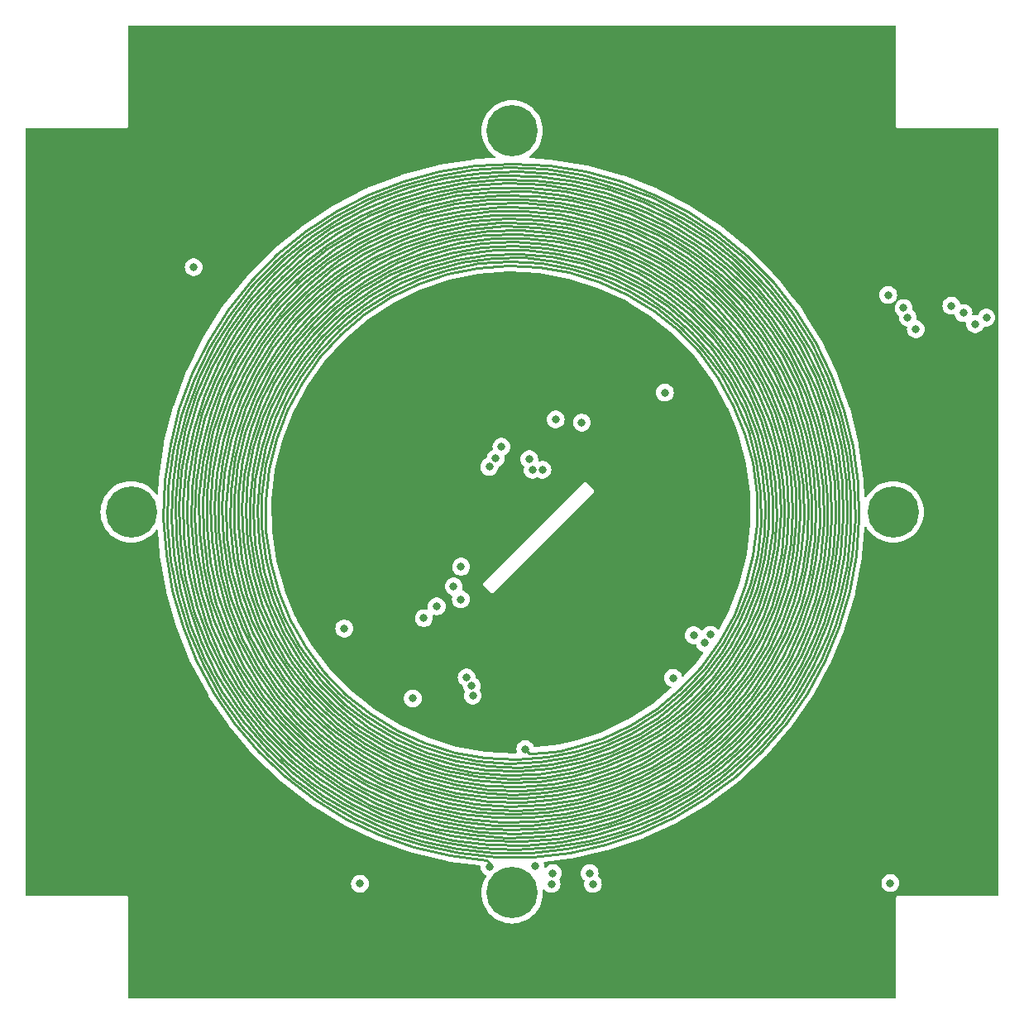
<source format=gbr>
%TF.GenerationSoftware,KiCad,Pcbnew,8.0.2-1*%
%TF.CreationDate,2024-05-28T20:36:57-07:00*%
%TF.ProjectId,solar-panel-side-Z,736f6c61-722d-4706-916e-656c2d736964,3.1*%
%TF.SameCoordinates,Original*%
%TF.FileFunction,Copper,L3,Inr*%
%TF.FilePolarity,Positive*%
%FSLAX46Y46*%
G04 Gerber Fmt 4.6, Leading zero omitted, Abs format (unit mm)*
G04 Created by KiCad (PCBNEW 8.0.2-1) date 2024-05-28 20:36:57*
%MOMM*%
%LPD*%
G01*
G04 APERTURE LIST*
%TA.AperFunction,ComponentPad*%
%ADD10C,5.250000*%
%TD*%
%TA.AperFunction,ViaPad*%
%ADD11C,0.800000*%
%TD*%
%TA.AperFunction,Conductor*%
%ADD12C,0.250000*%
%TD*%
G04 APERTURE END LIST*
D10*
%TO.N,unconnected-(J4-Pin_1-Pad1)*%
%TO.C,J4*%
X110500000Y-85000000D03*
%TD*%
%TO.N,unconnected-(J5-Pin_1-Pad1)*%
%TO.C,J5*%
X149500000Y-124000000D03*
%TD*%
%TO.N,unconnected-(J6-Pin_1-Pad1)*%
%TO.C,J6*%
X149500000Y-46000000D03*
%TD*%
%TO.N,unconnected-(J7-Pin_1-Pad1)*%
%TO.C,J7*%
X188500000Y-85000000D03*
%TD*%
D11*
%TO.N,GND*%
X171630000Y-123540000D03*
X161490000Y-69180000D03*
X164540000Y-46420000D03*
X156260000Y-77181974D03*
X145680000Y-105410000D03*
X148900000Y-105410000D03*
X137946283Y-91716283D03*
X111040000Y-62950000D03*
X165948061Y-69851939D03*
X119890000Y-126760000D03*
%TO.N,+3V3*%
X116900000Y-59950000D03*
X165140000Y-72790000D03*
X165980000Y-102000000D03*
%TO.N,VSOLAR*%
X132315000Y-96935000D03*
X188000000Y-62790000D03*
X198050000Y-65120000D03*
X188210000Y-122990000D03*
%TO.N,SDA*%
X144270000Y-90620000D03*
X153960000Y-75540000D03*
X157770000Y-123090000D03*
X153530000Y-123080000D03*
X144245000Y-93955000D03*
X156630000Y-75850000D03*
%TO.N,SCL*%
X157434500Y-121970000D03*
X153670000Y-121990000D03*
X143511396Y-92641396D03*
%TO.N,SDA_Break*%
X169800000Y-97570000D03*
X144850000Y-101950000D03*
%TO.N,SCL_Break*%
X145372687Y-102815246D03*
X168080000Y-97620000D03*
%TO.N,Net-(SC5--)*%
X139330000Y-104100000D03*
X133930000Y-123050000D03*
%TO.N,Net-(U2-OUT+)*%
X147180000Y-121330000D03*
X141780000Y-94680000D03*
X150850000Y-109290000D03*
X140460000Y-95870000D03*
X151860000Y-121250000D03*
%TO.N,F2_ENB*%
X194460000Y-63910000D03*
X189570000Y-64130000D03*
%TO.N,F2_SCL*%
X190000000Y-65100000D03*
X195700000Y-64650000D03*
%TO.N,F2_SDA*%
X196900000Y-65780000D03*
X190820000Y-66290000D03*
%TO.N,3v3_break*%
X169240000Y-98420000D03*
X145470000Y-103810000D03*
%TO.N,Camera_Pwr*%
X148409960Y-78339960D03*
X152600000Y-80680000D03*
%TO.N,Camera_SCL*%
X147160000Y-80390000D03*
X151592701Y-80697299D03*
%TO.N,Camera_SDA*%
X151257701Y-79612299D03*
X147806483Y-79534500D03*
%TD*%
D12*
%TO.N,Net-(U2-OUT+)*%
X118955000Y-103495000D02*
X117175000Y-100175000D01*
X122065000Y-104595000D02*
X120105000Y-101505000D01*
X180165000Y-83555000D02*
X180115000Y-87085000D01*
X174605000Y-71825000D02*
X175975000Y-74895000D01*
X133595000Y-57135000D02*
X136795000Y-55545000D01*
X115265000Y-78205000D02*
X116185000Y-74595000D01*
X166025000Y-63905000D02*
X168475000Y-66095000D01*
X154995000Y-55875000D02*
X158385000Y-56735000D01*
X173615000Y-108695000D02*
X170855000Y-111195000D01*
X114705000Y-93025000D02*
X114055000Y-89325000D01*
X181765000Y-83465000D02*
X181725000Y-87045000D01*
X181825000Y-72275000D02*
X182985000Y-75795000D01*
X183115000Y-89225000D02*
X182455000Y-92815000D01*
X160805000Y-117665000D02*
X157255000Y-118675000D01*
X163595000Y-60795000D02*
X166385000Y-62665000D01*
X170725000Y-98255000D02*
X168845000Y-100855000D01*
X126965000Y-110085000D02*
X124365000Y-107465000D01*
X172515000Y-67075000D02*
X174445000Y-69905000D01*
X121725000Y-94355000D02*
X120825000Y-91045000D01*
X136855000Y-107395000D02*
X134205000Y-105675000D01*
X176395000Y-74885000D02*
X177395000Y-78145000D01*
X138965000Y-113225000D02*
X135795000Y-111825000D01*
X113945000Y-81765000D02*
X114485000Y-78035000D01*
X127495000Y-105555000D02*
X125295000Y-102915000D01*
X121395000Y-94615000D02*
X120475000Y-91315000D01*
X119445000Y-86815000D02*
X119445000Y-83325000D01*
X149545000Y-115945000D02*
X146015000Y-115745000D01*
X131025000Y-104565000D02*
X128775000Y-102165000D01*
X153015000Y-117365000D02*
X149415000Y-117545000D01*
X172305000Y-112075000D02*
X169335000Y-114305000D01*
X131685000Y-106755000D02*
X129195000Y-104435000D01*
X147895000Y-120305000D02*
X144135000Y-119925000D01*
X132185000Y-54715000D02*
X135545000Y-53035000D01*
X134345000Y-112415000D02*
X131345000Y-110525000D01*
X164015000Y-64425000D02*
X166475000Y-66425000D01*
X127085000Y-65525000D02*
X129485000Y-63075000D01*
X152275000Y-59945000D02*
X155365000Y-60485000D01*
X174415000Y-69085000D02*
X176075000Y-72085000D01*
X178835000Y-93925000D02*
X177605000Y-97225000D01*
X173155000Y-58945000D02*
X175755000Y-61585000D01*
X120495000Y-80845000D02*
X121185000Y-77465000D01*
X154875000Y-52195000D02*
X158445000Y-52995000D01*
X116335000Y-82025000D02*
X116855000Y-78415000D01*
X177745000Y-68415000D02*
X179395000Y-71645000D01*
X119985000Y-73435000D02*
X121465000Y-70205000D01*
X140605000Y-112105000D02*
X137445000Y-110855000D01*
X178665000Y-99655000D02*
X176865000Y-102765000D01*
X142275000Y-111775000D02*
X139125000Y-110715000D01*
X170985000Y-99335000D02*
X169045000Y-101865000D01*
X123195000Y-81725000D02*
X123805000Y-78515000D01*
X137095000Y-56725000D02*
X140445000Y-55485000D01*
X179285000Y-82385000D02*
X179375000Y-85825000D01*
X178815000Y-77225000D02*
X179495000Y-80625000D01*
X140285000Y-118695000D02*
X136715000Y-117505000D01*
X116865000Y-71545000D02*
X118475000Y-68165000D01*
X159775000Y-116745000D02*
X156255000Y-117665000D01*
X146015000Y-115745000D02*
X142575000Y-115145000D01*
X114215000Y-86245000D02*
X114285000Y-82485000D01*
X139875000Y-117745000D02*
X136385000Y-116505000D01*
X163455000Y-112205000D02*
X160255000Y-113615000D01*
X127175000Y-112365000D02*
X124395000Y-109835000D01*
X172015000Y-99225000D02*
X170125000Y-101825000D01*
X121485000Y-100695000D02*
X119915000Y-97475000D01*
X165305000Y-105885000D02*
X162605000Y-107665000D01*
X172865000Y-68915000D02*
X174605000Y-71825000D01*
X124165000Y-68025000D02*
X126235000Y-65285000D01*
X173615000Y-59925000D02*
X176145000Y-62655000D01*
X168365000Y-107025000D02*
X165665000Y-109065000D01*
X123415000Y-103725000D02*
X121485000Y-100695000D01*
X182555000Y-79485000D02*
X182945000Y-83145000D01*
X180315000Y-93115000D02*
X179205000Y-96485000D01*
X141235000Y-60275000D02*
X144315000Y-59455000D01*
X141425000Y-56445000D02*
X144815000Y-55705000D01*
X180595000Y-89875000D02*
X179845000Y-93315000D01*
X136285000Y-108455000D02*
X133525000Y-106665000D01*
X142895000Y-111525000D02*
X139765000Y-110535000D01*
X139895000Y-59045000D02*
X143035000Y-58095000D01*
X150835000Y-119125000D02*
X147125000Y-119055000D01*
X122025000Y-70855000D02*
X123815000Y-67825000D01*
X133435000Y-116455000D02*
X130205000Y-114585000D01*
X149485000Y-112345000D02*
X146175000Y-112135000D01*
X126395000Y-97155000D02*
X125085000Y-94245000D01*
X144875000Y-116395000D02*
X141355000Y-115665000D01*
X119835000Y-79885000D02*
X120615000Y-76525000D01*
X123625000Y-81545000D02*
X124255000Y-78365000D01*
X148955000Y-54945000D02*
X152425000Y-55095000D01*
X150005000Y-115545000D02*
X146465000Y-115385000D01*
X122055000Y-81235000D02*
X122695000Y-78005000D01*
X128325000Y-104685000D02*
X126155000Y-102055000D01*
X129155000Y-66805000D02*
X131515000Y-64475000D01*
X171455000Y-61185000D02*
X173945000Y-63765000D01*
X160625000Y-59285000D02*
X163595000Y-60795000D01*
X154655000Y-52565000D02*
X158175000Y-53335000D01*
X178075000Y-79395000D02*
X178515000Y-82725000D01*
X167345000Y-106315000D02*
X164695000Y-108265000D01*
X125005000Y-92805000D02*
X124225000Y-89695000D01*
X123815000Y-67825000D02*
X125905000Y-65055000D01*
X147565000Y-57005000D02*
X150915000Y-56985000D01*
X166725000Y-109315000D02*
X163755000Y-111145000D01*
X118005000Y-75475000D02*
X119255000Y-72045000D01*
X137225000Y-58855000D02*
X140435000Y-57585000D01*
X162915000Y-53295000D02*
X166265000Y-54945000D01*
X134765000Y-57405000D02*
X138025000Y-55905000D01*
X128885000Y-65335000D02*
X131355000Y-63035000D01*
X118355000Y-90945000D02*
X117885000Y-87425000D01*
X131675000Y-113155000D02*
X128705000Y-111035000D01*
X125275000Y-75285000D02*
X126665000Y-72365000D01*
X171075000Y-106145000D02*
X168505000Y-108465000D01*
X128775000Y-102165000D02*
X126835000Y-99505000D01*
X146205000Y-117775000D02*
X142605000Y-117205000D01*
X157705000Y-55275000D02*
X161055000Y-56425000D01*
X145805000Y-117325000D02*
X142245000Y-116715000D01*
X151307403Y-109747403D02*
X150850000Y-109290000D01*
X175805000Y-99085000D02*
X173995000Y-102015000D01*
X183955000Y-78205000D02*
X184465000Y-81885000D01*
X117885000Y-90605000D02*
X117465000Y-87055000D01*
X124245000Y-83825000D02*
X124595000Y-80625000D01*
X159705000Y-109535000D02*
X156615000Y-110585000D01*
X181725000Y-87045000D02*
X181285000Y-90595000D01*
X183265000Y-81915000D02*
X183395000Y-85555000D01*
X157465000Y-51085000D02*
X161025000Y-52135000D01*
X123545000Y-105885000D02*
X121425000Y-102935000D01*
X137055000Y-62535000D02*
X139965000Y-61165000D01*
X158585000Y-109115000D02*
X155495000Y-110055000D01*
X117485000Y-71105000D02*
X119155000Y-67765000D01*
X141395000Y-54795000D02*
X144835000Y-54085000D01*
X136205000Y-115995000D02*
X132885000Y-114345000D01*
X153515000Y-110845000D02*
X150265000Y-111135000D01*
X126275000Y-71435000D02*
X128135000Y-68665000D01*
X116425000Y-94865000D02*
X115555000Y-91215000D01*
X170015000Y-103175000D02*
X167675000Y-105505000D01*
X121775000Y-74345000D02*
X123205000Y-71195000D01*
X164175000Y-52545000D02*
X167515000Y-54285000D01*
X143685000Y-53465000D02*
X147175000Y-53025000D01*
X117965000Y-73115000D02*
X119455000Y-69745000D01*
X118875000Y-76805000D02*
X119985000Y-73435000D01*
X118145000Y-80305000D02*
X118875000Y-76805000D01*
X178745000Y-72145000D02*
X179985000Y-75505000D01*
X179225000Y-97505000D02*
X177645000Y-100715000D01*
X179075000Y-76665000D02*
X179815000Y-80065000D01*
X116855000Y-78415000D02*
X117775000Y-74875000D01*
X127695000Y-60375000D02*
X130545000Y-58125000D01*
X138235000Y-116365000D02*
X134875000Y-114945000D01*
X182185000Y-71035000D02*
X183465000Y-74565000D01*
X178385000Y-65655000D02*
X180275000Y-68855000D01*
X149685000Y-57745000D02*
X153015000Y-57985000D01*
X139175000Y-114155000D02*
X135945000Y-112795000D01*
X184695000Y-89505000D02*
X184015000Y-93175000D01*
X129195000Y-104435000D02*
X127025000Y-101885000D01*
X162315000Y-117535000D02*
X158755000Y-118715000D01*
X175075000Y-109485000D02*
X172305000Y-112075000D01*
X179675000Y-87575000D02*
X179165000Y-91025000D01*
X119005000Y-84405000D02*
X119255000Y-81025000D01*
X183735000Y-90535000D02*
X182925000Y-94195000D01*
X145755000Y-49535000D02*
X149535000Y-49345000D01*
X135435000Y-114325000D02*
X132285000Y-112595000D01*
X170235000Y-56555000D02*
X173155000Y-58945000D01*
X147825000Y-116295000D02*
X144335000Y-115905000D01*
X133335000Y-115955000D02*
X130115000Y-114045000D01*
X134205000Y-105675000D02*
X131705000Y-103565000D01*
X116865000Y-76595000D02*
X117965000Y-73115000D01*
X121445000Y-97965000D02*
X120165000Y-94735000D01*
X178095000Y-64525000D02*
X180095000Y-67685000D01*
X126685000Y-67925000D02*
X128885000Y-65335000D01*
X170565000Y-71265000D02*
X172125000Y-74075000D01*
X159715000Y-60635000D02*
X162615000Y-62075000D01*
X182465000Y-81975000D02*
X182585000Y-85615000D01*
X180445000Y-94115000D02*
X179225000Y-97505000D01*
X121065000Y-86905000D02*
X121035000Y-83525000D01*
X166475000Y-110445000D02*
X163455000Y-112205000D01*
X139635000Y-117255000D02*
X136205000Y-115995000D01*
X172255000Y-59215000D02*
X174915000Y-61845000D01*
X119935000Y-87885000D02*
X119805000Y-84385000D01*
X121795000Y-84605000D02*
X122055000Y-81235000D01*
X129675000Y-68655000D02*
X131845000Y-66335000D01*
X115335000Y-80165000D02*
X116065000Y-76485000D01*
X119915000Y-97475000D02*
X118705000Y-94085000D01*
X130785000Y-56515000D02*
X133965000Y-54665000D01*
X148865000Y-112735000D02*
X145555000Y-112455000D01*
X178015000Y-69715000D02*
X179515000Y-72955000D01*
X173955000Y-74175000D02*
X175085000Y-77265000D01*
X133525000Y-106665000D02*
X131025000Y-104565000D01*
X173285000Y-64845000D02*
X175415000Y-67695000D01*
X123685000Y-77425000D02*
X124805000Y-74335000D01*
X131345000Y-110525000D02*
X128565000Y-108295000D01*
X158825000Y-55195000D02*
X162105000Y-56435000D01*
X121135000Y-79455000D02*
X121985000Y-76155000D01*
X131245000Y-108455000D02*
X128655000Y-106175000D01*
X157395000Y-59355000D02*
X160485000Y-60535000D01*
X139025000Y-51735000D02*
X142645000Y-50815000D01*
X119285000Y-101675000D02*
X117665000Y-98315000D01*
X144185000Y-116695000D02*
X140715000Y-115905000D01*
X164925000Y-56035000D02*
X167985000Y-57905000D01*
X152085000Y-111825000D02*
X148805000Y-111935000D01*
X171195000Y-98265000D02*
X169355000Y-100865000D01*
X114055000Y-89325000D02*
X113795000Y-85625000D01*
X173765000Y-98635000D02*
X171935000Y-101455000D01*
X168505000Y-108465000D02*
X165655000Y-110495000D01*
X120165000Y-94735000D02*
X119245000Y-91315000D01*
X151895000Y-53845000D02*
X155375000Y-54315000D01*
X125085000Y-94245000D02*
X124125000Y-91135000D01*
X176875000Y-69305000D02*
X178455000Y-72485000D01*
X116475000Y-89325000D02*
X116205000Y-85645000D01*
X180555000Y-97435000D02*
X178995000Y-100755000D01*
X150795000Y-54175000D02*
X154315000Y-54535000D01*
X176025000Y-101105000D02*
X174025000Y-103995000D01*
X117885000Y-87425000D02*
X117815000Y-83855000D01*
X148725000Y-55755000D02*
X152105000Y-55865000D01*
X134335000Y-110095000D02*
X131505000Y-108145000D01*
X126155000Y-102055000D02*
X124315000Y-99195000D01*
X148995000Y-118335000D02*
X145305000Y-118075000D01*
X134885000Y-61015000D02*
X137845000Y-59455000D01*
X182945000Y-83145000D02*
X182935000Y-86835000D01*
X176815000Y-81765000D02*
X176995000Y-84975000D01*
X181485000Y-100265000D02*
X179715000Y-103515000D01*
X131845000Y-66335000D02*
X134315000Y-64285000D01*
X119455000Y-69745000D02*
X121295000Y-66565000D01*
X125325000Y-59285000D02*
X128245000Y-56835000D01*
X174585000Y-67185000D02*
X176445000Y-70175000D01*
X169355000Y-100865000D02*
X167215000Y-103215000D01*
X169145000Y-108975000D02*
X166225000Y-111085000D01*
X149175000Y-49745000D02*
X152905000Y-49915000D01*
X116995000Y-85455000D02*
X117155000Y-81815000D01*
X122685000Y-97795000D02*
X121395000Y-94615000D01*
X119675000Y-91415000D02*
X119145000Y-87965000D01*
X160255000Y-113615000D02*
X156925000Y-114645000D01*
X169625000Y-58095000D02*
X172405000Y-60425000D01*
X126765000Y-108805000D02*
X124275000Y-106145000D01*
X176135000Y-66615000D02*
X178015000Y-69715000D01*
X140735000Y-109615000D02*
X137755000Y-108335000D01*
X147115000Y-114645000D02*
X143695000Y-114165000D01*
X155535000Y-116175000D02*
X151955000Y-116655000D01*
X136715000Y-109145000D02*
X133935000Y-107455000D01*
X178455000Y-72485000D02*
X179665000Y-75825000D01*
X176835000Y-79325000D02*
X177295000Y-82555000D01*
X170025000Y-110835000D02*
X167045000Y-112935000D01*
X147405000Y-52205000D02*
X151065000Y-52185000D01*
X127755000Y-61395000D02*
X130565000Y-59095000D01*
X159765000Y-109075000D02*
X156645000Y-110165000D01*
X121485000Y-90275000D02*
X121065000Y-86905000D01*
X177185000Y-70715000D02*
X178615000Y-73955000D01*
X133315000Y-107505000D02*
X130705000Y-105375000D01*
X146155000Y-119375000D02*
X142485000Y-118815000D01*
X120825000Y-91045000D02*
X120315000Y-87655000D01*
X153075000Y-115745000D02*
X149545000Y-115945000D01*
X118605000Y-84345000D02*
X118865000Y-80895000D01*
X180325000Y-80775000D02*
X180595000Y-84315000D01*
X168525000Y-110475000D02*
X165515000Y-112455000D01*
X130115000Y-114045000D02*
X127125000Y-111805000D01*
X152945000Y-57575000D02*
X156205000Y-58185000D01*
X120205000Y-84265000D02*
X120495000Y-80845000D01*
X177295000Y-82555000D02*
X177345000Y-84575000D01*
X174555000Y-76905000D02*
X175345000Y-80045000D01*
X170795000Y-63885000D02*
X173075000Y-66495000D01*
X152820000Y-109640000D02*
X151307403Y-109747403D01*
X150075000Y-50155000D02*
X153775000Y-50415000D01*
X134235000Y-58615000D02*
X137385000Y-57035000D01*
X136795000Y-55545000D02*
X140185000Y-54305000D01*
X166475000Y-66425000D02*
X168665000Y-68695000D01*
X135895000Y-118035000D02*
X132475000Y-116405000D01*
X145495000Y-55205000D02*
X148955000Y-54945000D01*
X178215000Y-89585000D02*
X177465000Y-92905000D01*
X158715000Y-111195000D02*
X155505000Y-112105000D01*
X122735000Y-65195000D02*
X125035000Y-62415000D01*
X130565000Y-59095000D02*
X133595000Y-57135000D01*
X177555000Y-106625000D02*
X175075000Y-109485000D01*
X158375000Y-115085000D02*
X154925000Y-115885000D01*
X167345000Y-58915000D02*
X170145000Y-61085000D01*
X143985000Y-52195000D02*
X147655000Y-51795000D01*
X114755000Y-78745000D02*
X115615000Y-75095000D01*
X120555000Y-66975000D02*
X122665000Y-63965000D01*
X164265000Y-106145000D02*
X161525000Y-107805000D01*
X169955000Y-68355000D02*
X171845000Y-71015000D01*
X184465000Y-81885000D02*
X184585000Y-85655000D01*
X164305000Y-57065000D02*
X167345000Y-58915000D01*
X126835000Y-99505000D02*
X125235000Y-96635000D01*
X179925000Y-91305000D02*
X178995000Y-94725000D01*
X135545000Y-53035000D02*
X139025000Y-51735000D01*
X173295000Y-76935000D02*
X174105000Y-79975000D01*
X149805000Y-119545000D02*
X146155000Y-119375000D01*
X158755000Y-108205000D02*
X156232525Y-109012525D01*
X120735000Y-68225000D02*
X122735000Y-65195000D01*
X124315000Y-99195000D02*
X122825000Y-96145000D01*
X126405000Y-100315000D02*
X124745000Y-97455000D01*
X156925000Y-114645000D02*
X153475000Y-115295000D01*
X138025000Y-55905000D02*
X141395000Y-54795000D01*
X165155000Y-55705000D02*
X168295000Y-57625000D01*
X121225000Y-69805000D02*
X123065000Y-66805000D01*
X175675000Y-91875000D02*
X174645000Y-94975000D01*
X116185000Y-74595000D02*
X117485000Y-71105000D01*
X179845000Y-93315000D02*
X178695000Y-96695000D01*
X118565000Y-76425000D02*
X119715000Y-73025000D01*
X177055000Y-89235000D02*
X176335000Y-92495000D01*
X179205000Y-96485000D02*
X177745000Y-99705000D01*
X121915000Y-98035000D02*
X120605000Y-94795000D01*
X156355000Y-52065000D02*
X159925000Y-53025000D01*
X152655000Y-114985000D02*
X149185000Y-115145000D01*
X117015000Y-95395000D02*
X116085000Y-91835000D01*
X128635000Y-60095000D02*
X131575000Y-57915000D01*
X126455000Y-74595000D02*
X127955000Y-71795000D01*
X168115000Y-111265000D02*
X165035000Y-113185000D01*
X169375000Y-103285000D02*
X166985000Y-105575000D01*
X117665000Y-98315000D02*
X116425000Y-94865000D01*
X161065000Y-55565000D02*
X164305000Y-57065000D01*
X119805000Y-103355000D02*
X118015000Y-100075000D01*
X122105000Y-102505000D02*
X120325000Y-99345000D01*
X167515000Y-58545000D02*
X170325000Y-60715000D01*
X173715000Y-105635000D02*
X171225000Y-108225000D01*
X179665000Y-77325000D02*
X180325000Y-80775000D01*
X142645000Y-50815000D02*
X146315000Y-50285000D01*
X136385000Y-116505000D02*
X133065000Y-114905000D01*
X123555000Y-107765000D02*
X121255000Y-104835000D01*
X181815000Y-74655000D02*
X182735000Y-78235000D01*
X119155000Y-67765000D02*
X121175000Y-64615000D01*
X174105000Y-79975000D02*
X174525000Y-83125000D01*
X157365000Y-113705000D02*
X153995000Y-114415000D01*
X184305000Y-89395000D02*
X183625000Y-93075000D01*
X160095000Y-115795000D02*
X156555000Y-116785000D01*
X184875000Y-81945000D02*
X184985000Y-85725000D01*
X135665000Y-58285000D02*
X138795000Y-56895000D01*
X172005000Y-69785000D02*
X173675000Y-72645000D01*
X134405000Y-108725000D02*
X131685000Y-106755000D01*
X116685000Y-82565000D02*
X117155000Y-78965000D01*
X176145000Y-62655000D02*
X178385000Y-65655000D01*
X174725000Y-72965000D02*
X175965000Y-76055000D01*
X124395000Y-109835000D02*
X121905000Y-107035000D01*
X135385000Y-63065000D02*
X138205000Y-61495000D01*
X150335000Y-113135000D02*
X146985000Y-113025000D01*
X128995000Y-61365000D02*
X131795000Y-59205000D01*
X144855000Y-52865000D02*
X148435000Y-52555000D01*
X128095000Y-99955000D02*
X126395000Y-97155000D01*
X143685000Y-112525000D02*
X140425000Y-111625000D01*
X118645000Y-74785000D02*
X119955000Y-71455000D01*
X138685000Y-57795000D02*
X141965000Y-56715000D01*
X129975000Y-63165000D02*
X132775000Y-60965000D01*
X175085000Y-97885000D02*
X173375000Y-100795000D01*
X168255000Y-113585000D02*
X165055000Y-115435000D01*
X125105000Y-103985000D02*
X123115000Y-101105000D01*
X174725000Y-105675000D02*
X172235000Y-108365000D01*
X130115000Y-102495000D02*
X128095000Y-99955000D01*
X122165000Y-76925000D02*
X123315000Y-73745000D01*
X182565000Y-96645000D02*
X181115000Y-100115000D01*
X123065000Y-66805000D02*
X125285000Y-63935000D01*
X118195000Y-96375000D02*
X117135000Y-92865000D01*
X124225000Y-89695000D02*
X123835000Y-86505000D01*
X129055000Y-56735000D02*
X132185000Y-54715000D01*
X133065000Y-114905000D02*
X129955000Y-112965000D01*
X176025000Y-72925000D02*
X177235000Y-76085000D01*
X170835000Y-104655000D02*
X168365000Y-107025000D01*
X122065000Y-100905000D02*
X120455000Y-97725000D01*
X175055000Y-69365000D02*
X176675000Y-72415000D01*
X123565000Y-87985000D02*
X123395000Y-84775000D01*
X172235000Y-108365000D02*
X169565000Y-110685000D01*
X129235000Y-114415000D02*
X126255000Y-112115000D01*
X155495000Y-110055000D02*
X152315000Y-110595000D01*
X123935000Y-94595000D02*
X122965000Y-91455000D01*
X134985000Y-106715000D02*
X132395000Y-104735000D01*
X131925000Y-66845000D02*
X134345000Y-64805000D01*
X117665000Y-93345000D02*
X116945000Y-89795000D01*
X127715000Y-59825000D02*
X130565000Y-57625000D01*
X129905000Y-62165000D02*
X132685000Y-60055000D01*
X123945000Y-73315000D02*
X125515000Y-70365000D01*
X164265000Y-64085000D02*
X166775000Y-66125000D01*
X181895000Y-89315000D02*
X181205000Y-92875000D01*
X143655000Y-109645000D02*
X140505000Y-108665000D01*
X157135000Y-57195000D02*
X160355000Y-58295000D01*
X116365000Y-91175000D02*
X115895000Y-87525000D01*
X171955000Y-111845000D02*
X168945000Y-114085000D01*
X135425000Y-116525000D02*
X132135000Y-114835000D01*
X150435000Y-56165000D02*
X153825000Y-56485000D01*
X132295000Y-64865000D02*
X134875000Y-62925000D01*
X122725000Y-76465000D02*
X123945000Y-73315000D01*
X133965000Y-62085000D02*
X136835000Y-60385000D01*
X157015000Y-50165000D02*
X160635000Y-51155000D01*
X128245000Y-56835000D02*
X131315000Y-54765000D01*
X142065000Y-50115000D02*
X145755000Y-49535000D01*
X174935000Y-63075000D02*
X177145000Y-65965000D01*
X142285000Y-114255000D02*
X138965000Y-113225000D01*
X147175000Y-53025000D02*
X150725000Y-52975000D01*
X155845000Y-51145000D02*
X159455000Y-52035000D01*
X154245000Y-57365000D02*
X157475000Y-58125000D01*
X115015000Y-83835000D02*
X115335000Y-80165000D01*
X160415000Y-111405000D02*
X157235000Y-112495000D01*
X122375000Y-88125000D02*
X122195000Y-84875000D01*
X177065000Y-103905000D02*
X174815000Y-106815000D01*
X152165000Y-50655000D02*
X155845000Y-51145000D01*
X175175000Y-105755000D02*
X172775000Y-108405000D01*
X126145000Y-110415000D02*
X123555000Y-107765000D01*
X161325000Y-116635000D02*
X157775000Y-117735000D01*
X179395000Y-71645000D02*
X180675000Y-75015000D01*
X118235000Y-86555000D02*
X118265000Y-82945000D01*
X168895000Y-63725000D02*
X171265000Y-66175000D01*
X122495000Y-91195000D02*
X121945000Y-87905000D01*
X165305000Y-63855000D02*
X167775000Y-65965000D01*
X154185000Y-118425000D02*
X150545000Y-118735000D01*
X116735000Y-70825000D02*
X118405000Y-67455000D01*
X173585000Y-96385000D02*
X172015000Y-99225000D01*
X132185000Y-62885000D02*
X134885000Y-61015000D01*
X155475000Y-51485000D02*
X159065000Y-52335000D01*
X137015000Y-59405000D02*
X140125000Y-58115000D01*
X159405000Y-59215000D02*
X162405000Y-60585000D01*
X156232525Y-109012525D02*
X154400000Y-109450000D01*
X177925000Y-75615000D02*
X178805000Y-78955000D01*
X153415000Y-56825000D02*
X156715000Y-57495000D01*
X163165000Y-109645000D02*
X160135000Y-111085000D01*
X184145000Y-83145000D02*
X184135000Y-86885000D01*
X150585000Y-113525000D02*
X147185000Y-113445000D01*
X171265000Y-66175000D02*
X173305000Y-68855000D01*
X135625000Y-59215000D02*
X138685000Y-57795000D01*
X155625000Y-60105000D02*
X158655000Y-61065000D01*
X161525000Y-62395000D02*
X164265000Y-64085000D01*
X130205000Y-114585000D02*
X127175000Y-112365000D01*
X143845000Y-110515000D02*
X140735000Y-109615000D01*
X132175000Y-105075000D02*
X129855000Y-102805000D01*
X165245000Y-62325000D02*
X167845000Y-64395000D01*
X136835000Y-60385000D02*
X139895000Y-59045000D01*
X173075000Y-66495000D02*
X175055000Y-69365000D01*
X132795000Y-110065000D02*
X130025000Y-107975000D01*
X177385000Y-75265000D02*
X178305000Y-78555000D01*
X143695000Y-114165000D02*
X140345000Y-113285000D01*
X175385000Y-84125000D02*
X175285000Y-87315000D01*
X149095000Y-51345000D02*
X152715000Y-51505000D01*
X113795000Y-85625000D02*
X113945000Y-81765000D01*
X177255000Y-64735000D02*
X179255000Y-67825000D01*
X166085000Y-116255000D02*
X162625000Y-117845000D01*
X178735000Y-88815000D02*
X178075000Y-92185000D01*
X157475000Y-58125000D02*
X160625000Y-59285000D01*
X119715000Y-73025000D02*
X121225000Y-69805000D01*
X172995000Y-102035000D02*
X170835000Y-104655000D01*
X165515000Y-112455000D02*
X162315000Y-114075000D01*
X117235000Y-94755000D02*
X116365000Y-91175000D01*
X124735000Y-90105000D02*
X124295000Y-86985000D01*
X175745000Y-83255000D02*
X175745000Y-86515000D01*
X132285000Y-112595000D02*
X129335000Y-110515000D01*
X158385000Y-56735000D02*
X161565000Y-57945000D01*
X123145000Y-90425000D02*
X122685000Y-87215000D01*
X143455000Y-118595000D02*
X139875000Y-117745000D01*
X139685000Y-113905000D02*
X136435000Y-112585000D01*
X174445000Y-69905000D02*
X176025000Y-72925000D01*
X129205000Y-105025000D02*
X126985000Y-102495000D01*
X120105000Y-101505000D02*
X118475000Y-98185000D01*
X119635000Y-99755000D02*
X118195000Y-96375000D01*
X119715000Y-103965000D02*
X117865000Y-100685000D01*
X117175000Y-72945000D02*
X118655000Y-69545000D01*
X149895000Y-110345000D02*
X146715000Y-110175000D01*
X132885000Y-114345000D02*
X129815000Y-112375000D01*
X125285000Y-63935000D02*
X127755000Y-61395000D01*
X139995000Y-59435000D02*
X143175000Y-58475000D01*
X173665000Y-76745000D02*
X174495000Y-79855000D01*
X124255000Y-78365000D02*
X125275000Y-75285000D01*
X121185000Y-77465000D02*
X122235000Y-74275000D01*
X167105000Y-54505000D02*
X170235000Y-56555000D01*
X117465000Y-87055000D02*
X117435000Y-83465000D01*
X147075000Y-56245000D02*
X150435000Y-56165000D01*
X169335000Y-114305000D02*
X166085000Y-116255000D01*
X119545000Y-77395000D02*
X120605000Y-74045000D01*
X173795000Y-97755000D02*
X172075000Y-100575000D01*
X135055000Y-59065000D02*
X138185000Y-57565000D01*
X182935000Y-96795000D02*
X181485000Y-100265000D01*
X184585000Y-85655000D02*
X184305000Y-89395000D01*
X124745000Y-97455000D02*
X123435000Y-94395000D01*
X165405000Y-59555000D02*
X168225000Y-61565000D01*
X158655000Y-61065000D02*
X161525000Y-62395000D01*
X179165000Y-91025000D02*
X178275000Y-94355000D01*
X136905000Y-118005000D02*
X133435000Y-116455000D01*
X144055000Y-55025000D02*
X147515000Y-54605000D01*
X162605000Y-107665000D02*
X159765000Y-109075000D01*
X149625000Y-57345000D02*
X152945000Y-57575000D01*
X169045000Y-101865000D02*
X166795000Y-104145000D01*
X130785000Y-107045000D02*
X128325000Y-104685000D01*
X159165000Y-56565000D02*
X162385000Y-57885000D01*
X166695000Y-108835000D02*
X163805000Y-110665000D01*
X155505000Y-112105000D02*
X152195000Y-112615000D01*
X156655000Y-59555000D02*
X159715000Y-60635000D01*
X118725000Y-87855000D02*
X118605000Y-84345000D01*
X177235000Y-76085000D02*
X178075000Y-79395000D01*
X166335000Y-108105000D02*
X163505000Y-109915000D01*
X142795000Y-109845000D02*
X139775000Y-108815000D01*
X174695000Y-109305000D02*
X171955000Y-111845000D01*
X114285000Y-82485000D02*
X114755000Y-78745000D01*
X123505000Y-96705000D02*
X122305000Y-93555000D01*
X170995000Y-103275000D02*
X168665000Y-105695000D01*
X143175000Y-58475000D02*
X146395000Y-57915000D01*
X179785000Y-84075000D02*
X179675000Y-87575000D01*
X178615000Y-73955000D02*
X179665000Y-77325000D01*
X176855000Y-64865000D02*
X178855000Y-67935000D01*
X180345000Y-99875000D02*
X178555000Y-103095000D01*
X170045000Y-63705000D02*
X172385000Y-66265000D01*
X173845000Y-92455000D02*
X172715000Y-95425000D01*
X167175000Y-60265000D02*
X169945000Y-62515000D01*
X152495000Y-59535000D02*
X155625000Y-60105000D01*
X131675000Y-56415000D02*
X134905000Y-54645000D01*
X153115000Y-110095000D02*
X149895000Y-110345000D01*
X179985000Y-75505000D02*
X180835000Y-78945000D01*
X122695000Y-78005000D02*
X123725000Y-74855000D01*
X154515000Y-118785000D02*
X150835000Y-119125000D01*
X143035000Y-58095000D02*
X146385000Y-57515000D01*
X124225000Y-66545000D02*
X126455000Y-63825000D01*
X161965000Y-58575000D02*
X164955000Y-60215000D01*
X177035000Y-95445000D02*
X175635000Y-98555000D01*
X126015000Y-62545000D02*
X128635000Y-60095000D01*
X131705000Y-103565000D02*
X129545000Y-101215000D01*
X138285000Y-53245000D02*
X141825000Y-52215000D01*
X120505000Y-66315000D02*
X122695000Y-63295000D01*
X128415000Y-102985000D02*
X126405000Y-100315000D01*
X127405000Y-67645000D02*
X129635000Y-65135000D01*
X175175000Y-65945000D02*
X177135000Y-68955000D01*
X121615000Y-68305000D02*
X123665000Y-65295000D01*
X172265000Y-109445000D02*
X169485000Y-111755000D01*
X141735000Y-117415000D02*
X138235000Y-116365000D01*
X182315000Y-89255000D02*
X181625000Y-92825000D01*
X166385000Y-62665000D02*
X168915000Y-64845000D01*
X128905000Y-105865000D02*
X126615000Y-103315000D01*
X162935000Y-62725000D02*
X165595000Y-64585000D01*
X126235000Y-65285000D02*
X128635000Y-62765000D01*
X132135000Y-114835000D02*
X129005000Y-112775000D01*
X137695000Y-107365000D02*
X134995000Y-105705000D01*
X137045000Y-63025000D02*
X139895000Y-61645000D01*
X175345000Y-80045000D02*
X175745000Y-83255000D01*
X170625000Y-112395000D02*
X167545000Y-114505000D01*
X120005000Y-102135000D02*
X118315000Y-98815000D01*
X123205000Y-71195000D02*
X124975000Y-68255000D01*
X144495000Y-58605000D02*
X147695000Y-58205000D01*
X168665000Y-68695000D02*
X170565000Y-71265000D01*
X160245000Y-51445000D02*
X163755000Y-52795000D01*
X153905000Y-59335000D02*
X157055000Y-60095000D01*
X176865000Y-102765000D02*
X174725000Y-105675000D01*
X162625000Y-117845000D02*
X159055000Y-119045000D01*
X130275000Y-101425000D02*
X128365000Y-98885000D01*
X128965000Y-64675000D02*
X131475000Y-62425000D01*
X181725000Y-94015000D02*
X180555000Y-97435000D01*
X123315000Y-70155000D02*
X125215000Y-67225000D01*
X175635000Y-98555000D02*
X173875000Y-101485000D01*
X140845000Y-52045000D02*
X144485000Y-51305000D01*
X123835000Y-86505000D02*
X123855000Y-83285000D01*
X122745000Y-61985000D02*
X125325000Y-59285000D01*
X168475000Y-66095000D02*
X170625000Y-68555000D01*
X168845000Y-100855000D02*
X166625000Y-103175000D01*
X117155000Y-78965000D02*
X118005000Y-75475000D01*
X180535000Y-67655000D02*
X182185000Y-71035000D01*
X134905000Y-54645000D02*
X138285000Y-53245000D01*
X127905000Y-61805000D02*
X130645000Y-59535000D01*
X174835000Y-93305000D02*
X173585000Y-96385000D01*
X163805000Y-110665000D02*
X160695000Y-112155000D01*
X151655000Y-55425000D02*
X154995000Y-55875000D01*
X144135000Y-119925000D02*
X140485000Y-119165000D01*
X178165000Y-102975000D02*
X176035000Y-105965000D01*
X132685000Y-60055000D02*
X135665000Y-58285000D01*
X176075000Y-72085000D02*
X177385000Y-75265000D01*
X129335000Y-110515000D02*
X126645000Y-108125000D01*
X146315000Y-50285000D02*
X150075000Y-50155000D01*
X173135000Y-105695000D02*
X170685000Y-108175000D01*
X125085000Y-61205000D02*
X127825000Y-58685000D01*
X129955000Y-112965000D02*
X127035000Y-110675000D01*
X175345000Y-89715000D02*
X174555000Y-92865000D01*
X141695000Y-50605000D02*
X145425000Y-49975000D01*
X125555000Y-103905000D02*
X123565000Y-101075000D01*
X161815000Y-114725000D02*
X158455000Y-115895000D01*
X123875000Y-102995000D02*
X122025000Y-100015000D01*
X122375000Y-71055000D02*
X124165000Y-68025000D01*
X168945000Y-105975000D02*
X166335000Y-108105000D01*
X146895000Y-111405000D02*
X143695000Y-110895000D01*
X124385000Y-109255000D02*
X121935000Y-106425000D01*
X173405000Y-92485000D02*
X172235000Y-95475000D01*
X167485000Y-61495000D02*
X170045000Y-63705000D01*
X123115000Y-101105000D02*
X121445000Y-97965000D01*
X123435000Y-94395000D02*
X122495000Y-91195000D01*
X127415000Y-64555000D02*
X129905000Y-62165000D01*
X177745000Y-73935000D02*
X178815000Y-77225000D01*
X143045000Y-114845000D02*
X139685000Y-113905000D01*
X126455000Y-63825000D02*
X128995000Y-61365000D01*
X124775000Y-75455000D02*
X126145000Y-72475000D01*
X123435000Y-63655000D02*
X125915000Y-60935000D01*
X179765000Y-71485000D02*
X181055000Y-74895000D01*
X131695000Y-111255000D02*
X128875000Y-109095000D01*
X136125000Y-109285000D02*
X133315000Y-107505000D01*
X138205000Y-61495000D02*
X141235000Y-60275000D01*
X136895000Y-54635000D02*
X140285000Y-53445000D01*
X177795000Y-84745000D02*
X177605000Y-88145000D01*
X119085000Y-71445000D02*
X120735000Y-68225000D01*
X171235000Y-111405000D02*
X168255000Y-113585000D01*
X154245000Y-53715000D02*
X157705000Y-54445000D01*
X133705000Y-55705000D02*
X136975000Y-54175000D01*
X149135000Y-110745000D02*
X145935000Y-110485000D01*
X178515000Y-82725000D02*
X178565000Y-86195000D01*
X119215000Y-94395000D02*
X118355000Y-90945000D01*
X177325000Y-102795000D02*
X175175000Y-105755000D01*
X180115000Y-87085000D02*
X179665000Y-90555000D01*
X156245000Y-58615000D02*
X159365000Y-59625000D01*
X181035000Y-89645000D02*
X180315000Y-93115000D01*
X175755000Y-65395000D02*
X177745000Y-68415000D01*
X125905000Y-65055000D02*
X128375000Y-62465000D01*
X152965000Y-113745000D02*
X149535000Y-113945000D01*
X122195000Y-84875000D02*
X122415000Y-81555000D01*
X156965000Y-112155000D02*
X153665000Y-112845000D01*
X152315000Y-110595000D02*
X149135000Y-110745000D01*
X117355000Y-73615000D02*
X118775000Y-70205000D01*
X182985000Y-75795000D02*
X183765000Y-79435000D01*
X115895000Y-87525000D02*
X115815000Y-83875000D01*
X153445000Y-117715000D02*
X149835000Y-117945000D01*
X134805000Y-107075000D02*
X132175000Y-105075000D01*
X175085000Y-80895000D02*
X175385000Y-84125000D01*
X162625000Y-108115000D02*
X159705000Y-109535000D01*
X146465000Y-115385000D02*
X143045000Y-114845000D01*
X119925000Y-77545000D02*
X120965000Y-74225000D01*
X175975000Y-74895000D02*
X176975000Y-78125000D01*
X177605000Y-88145000D02*
X177035000Y-91405000D01*
X175415000Y-67695000D02*
X177185000Y-70715000D01*
X121465000Y-70205000D02*
X123295000Y-67165000D01*
X180835000Y-78945000D02*
X181305000Y-82495000D01*
X121175000Y-64615000D02*
X123485000Y-61745000D01*
X155375000Y-54315000D02*
X158825000Y-55195000D01*
X129005000Y-112775000D02*
X126145000Y-110415000D01*
X137325000Y-110355000D02*
X134405000Y-108725000D01*
X137445000Y-110855000D02*
X134465000Y-109235000D01*
X166585000Y-112745000D02*
X163415000Y-114455000D01*
X166265000Y-54945000D02*
X169385000Y-56925000D01*
X122695000Y-63295000D02*
X125165000Y-60555000D01*
X183765000Y-79435000D02*
X184145000Y-83145000D01*
X183145000Y-78225000D02*
X183665000Y-81895000D01*
X174975000Y-75655000D02*
X175905000Y-78795000D01*
X120625000Y-86245000D02*
X120675000Y-82845000D01*
X154465000Y-54965000D02*
X157855000Y-55735000D01*
X161525000Y-107805000D02*
X158585000Y-109115000D01*
X176215000Y-61505000D02*
X178525000Y-64445000D01*
X176175000Y-91545000D02*
X175175000Y-94715000D01*
X121905000Y-107035000D02*
X119715000Y-103965000D01*
X125585000Y-93215000D02*
X124735000Y-90105000D01*
X174705000Y-97735000D02*
X173015000Y-100615000D01*
X116135000Y-80215000D02*
X116865000Y-76595000D01*
X155415000Y-119855000D02*
X151645000Y-120285000D01*
X181755000Y-71055000D02*
X183055000Y-74595000D01*
X125965000Y-108575000D02*
X123545000Y-105885000D01*
X174385000Y-77735000D02*
X175085000Y-80895000D01*
X130255000Y-66215000D02*
X132665000Y-64035000D01*
X147655000Y-51795000D02*
X151265000Y-51795000D01*
X145415000Y-51585000D02*
X149095000Y-51345000D01*
X123525000Y-109505000D02*
X121075000Y-106615000D01*
X171845000Y-71015000D02*
X173375000Y-73865000D01*
X129545000Y-101215000D02*
X127685000Y-98605000D01*
X171905000Y-59435000D02*
X174495000Y-61975000D01*
X120315000Y-87655000D02*
X120205000Y-84265000D01*
X174495000Y-61975000D02*
X176855000Y-64865000D01*
X177145000Y-65965000D02*
X179065000Y-69135000D01*
X155365000Y-60485000D02*
X158435000Y-61445000D01*
X120055000Y-81035000D02*
X120735000Y-77615000D01*
X167215000Y-103215000D02*
X164775000Y-105285000D01*
X172405000Y-60425000D02*
X174935000Y-63075000D01*
X176775000Y-88345000D02*
X176175000Y-91545000D01*
X120735000Y-77615000D02*
X121775000Y-74345000D01*
X127935000Y-58085000D02*
X130975000Y-55915000D01*
X122235000Y-74275000D02*
X123665000Y-71175000D01*
X169005000Y-57145000D02*
X171905000Y-59435000D01*
X168945000Y-114085000D02*
X165715000Y-115995000D01*
X138895000Y-117865000D02*
X135425000Y-116525000D01*
X127805000Y-71235000D02*
X129675000Y-68655000D01*
X157855000Y-55735000D02*
X161125000Y-56885000D01*
X128385000Y-69665000D02*
X130465000Y-67155000D01*
X125455000Y-58625000D02*
X128385000Y-56235000D01*
X118695000Y-79445000D02*
X119525000Y-75995000D01*
X166775000Y-66125000D02*
X168985000Y-68435000D01*
X137385000Y-57035000D02*
X140665000Y-55835000D01*
X150045000Y-56555000D02*
X153415000Y-56825000D01*
X167695000Y-64795000D02*
X170025000Y-67185000D01*
X160485000Y-60535000D02*
X163365000Y-62055000D01*
X118605000Y-90065000D02*
X118235000Y-86555000D01*
X118265000Y-82945000D02*
X118695000Y-79445000D01*
X169565000Y-110685000D02*
X166585000Y-112745000D01*
X161675000Y-116925000D02*
X158125000Y-118055000D01*
X146735000Y-56675000D02*
X150045000Y-56555000D01*
X170685000Y-108175000D02*
X167885000Y-110445000D01*
X143385000Y-57195000D02*
X146735000Y-56675000D01*
X131015000Y-111265000D02*
X128205000Y-109045000D01*
X161875000Y-54165000D02*
X165155000Y-55705000D01*
X179065000Y-89305000D02*
X178355000Y-92695000D01*
X176975000Y-78125000D02*
X177585000Y-81435000D01*
X124265000Y-80125000D02*
X125065000Y-77035000D01*
X124825000Y-70745000D02*
X126685000Y-67925000D01*
X177465000Y-92905000D02*
X176335000Y-96125000D01*
X145905000Y-60015000D02*
X149165000Y-59765000D01*
X126155000Y-95765000D02*
X125005000Y-92805000D01*
X144315000Y-59455000D02*
X147525000Y-59015000D01*
X179065000Y-69135000D02*
X180605000Y-72455000D01*
X147055000Y-111025000D02*
X143845000Y-110515000D01*
X123775000Y-91395000D02*
X123185000Y-88205000D01*
X145315000Y-56035000D02*
X148725000Y-55755000D01*
X158455000Y-115895000D02*
X154855000Y-116705000D01*
X177155000Y-106485000D02*
X174695000Y-109305000D01*
X177035000Y-91405000D02*
X176055000Y-94655000D01*
X118785000Y-96815000D02*
X117665000Y-93345000D01*
X146875000Y-120645000D02*
X147180000Y-120950000D01*
X141125000Y-51565000D02*
X144755000Y-50865000D01*
X120415000Y-64995000D02*
X122745000Y-61985000D01*
X159075000Y-54015000D02*
X162455000Y-55275000D01*
X181625000Y-92825000D02*
X180555000Y-96315000D01*
X150225000Y-58555000D02*
X153465000Y-58855000D01*
X170905000Y-109055000D02*
X168115000Y-111265000D01*
X134875000Y-114945000D02*
X131675000Y-113155000D01*
X115815000Y-83875000D02*
X116135000Y-80215000D01*
X161715000Y-113895000D02*
X158375000Y-115085000D01*
X118405000Y-67455000D02*
X120435000Y-64275000D01*
X122685000Y-87215000D02*
X122625000Y-83835000D01*
X122415000Y-81555000D02*
X123025000Y-78335000D01*
X125185000Y-99105000D02*
X123685000Y-96125000D01*
X140485000Y-119165000D02*
X136905000Y-118005000D01*
X184015000Y-93175000D02*
X182935000Y-96795000D01*
X154855000Y-116705000D02*
X151335000Y-117095000D01*
X125235000Y-96635000D02*
X124005000Y-93605000D01*
X116305000Y-77175000D02*
X117355000Y-73615000D01*
X176285000Y-70725000D02*
X177745000Y-73935000D01*
X125165000Y-60555000D02*
X127935000Y-58085000D01*
X130015000Y-109005000D02*
X127425000Y-106645000D01*
X161125000Y-56885000D02*
X164275000Y-58415000D01*
X134075000Y-61055000D02*
X137015000Y-59405000D01*
X162455000Y-55275000D02*
X165645000Y-56885000D01*
X121935000Y-106425000D02*
X119805000Y-103355000D01*
X173385000Y-95875000D02*
X171835000Y-98765000D01*
X152105000Y-55865000D02*
X155505000Y-56385000D01*
X178555000Y-103095000D02*
X176415000Y-106135000D01*
X122095000Y-103225000D02*
X120275000Y-100125000D01*
X146875000Y-120645000D02*
X143105000Y-120155000D01*
X129785000Y-69175000D02*
X131925000Y-66845000D01*
X123185000Y-88205000D02*
X122995000Y-84955000D01*
X146385000Y-57515000D02*
X149625000Y-57345000D01*
X117885000Y-92575000D02*
X117245000Y-89025000D01*
X171835000Y-98765000D02*
X169995000Y-101355000D01*
X181115000Y-100115000D02*
X179305000Y-103415000D01*
X177405000Y-91565000D02*
X176435000Y-94775000D01*
X147335000Y-54215000D02*
X150795000Y-54175000D01*
X125295000Y-102915000D02*
X123395000Y-100005000D01*
X140505000Y-108665000D02*
X137695000Y-107365000D01*
X160485000Y-116085000D02*
X156995000Y-117095000D01*
X163415000Y-59765000D02*
X166275000Y-61585000D01*
X120675000Y-82845000D02*
X121135000Y-79455000D01*
X174605000Y-89335000D02*
X173845000Y-92455000D01*
X149835000Y-117945000D02*
X146205000Y-117775000D01*
X125035000Y-62415000D02*
X127715000Y-59825000D01*
X151365000Y-116295000D02*
X147825000Y-116295000D01*
X130545000Y-58125000D02*
X133565000Y-56235000D01*
X178255000Y-104295000D02*
X176025000Y-107245000D01*
X127815000Y-100255000D02*
X126115000Y-97485000D01*
X172125000Y-74075000D02*
X173295000Y-76935000D01*
X119145000Y-87965000D02*
X119005000Y-84405000D01*
X181285000Y-90595000D02*
X180445000Y-94115000D01*
X180555000Y-96315000D02*
X179125000Y-99625000D01*
X115535000Y-93055000D02*
X114865000Y-89345000D01*
X142345000Y-110965000D02*
X139265000Y-109905000D01*
X175875000Y-102805000D02*
X173715000Y-105635000D01*
X150555000Y-114725000D02*
X147115000Y-114645000D01*
X136995000Y-60755000D02*
X139995000Y-59435000D01*
X114485000Y-78035000D02*
X115405000Y-74405000D01*
X144275000Y-57425000D02*
X147565000Y-57005000D01*
X155105000Y-119505000D02*
X151395000Y-119895000D01*
X156555000Y-115145000D02*
X153075000Y-115745000D01*
X127595000Y-65555000D02*
X129975000Y-63165000D01*
X175345000Y-100685000D02*
X173385000Y-103515000D01*
X172685000Y-63555000D02*
X174965000Y-66345000D01*
X134465000Y-109235000D02*
X131705000Y-107285000D01*
X127125000Y-111805000D02*
X124385000Y-109255000D01*
X150265000Y-111135000D02*
X147055000Y-111025000D01*
X167885000Y-110445000D02*
X164895000Y-112345000D01*
X175665000Y-90185000D02*
X174835000Y-93305000D01*
X159435000Y-113485000D02*
X156065000Y-114435000D01*
X152775000Y-112155000D02*
X149485000Y-112345000D01*
X141355000Y-53565000D02*
X144855000Y-52865000D01*
X123025000Y-78335000D02*
X124035000Y-75165000D01*
X178195000Y-84805000D02*
X178005000Y-88215000D01*
X159915000Y-114165000D02*
X156555000Y-115145000D01*
X184365000Y-78215000D02*
X184875000Y-81945000D01*
X127025000Y-101885000D02*
X125185000Y-99105000D01*
X126745000Y-67195000D02*
X128965000Y-64675000D01*
X157235000Y-112495000D02*
X153945000Y-113205000D01*
X174495000Y-79855000D02*
X174925000Y-82985000D01*
X144815000Y-55705000D02*
X148215000Y-55375000D01*
X137895000Y-54665000D02*
X141355000Y-53565000D01*
X180925000Y-82765000D02*
X180955000Y-86395000D01*
X171175000Y-67315000D02*
X173105000Y-70015000D01*
X177745000Y-99705000D02*
X175875000Y-102805000D01*
X131505000Y-108145000D02*
X128905000Y-105865000D01*
X130975000Y-55915000D02*
X134185000Y-54105000D01*
X123805000Y-78515000D02*
X124775000Y-75455000D01*
X119805000Y-84385000D02*
X120055000Y-81035000D01*
X158755000Y-118715000D02*
X155105000Y-119505000D01*
X165085000Y-107525000D02*
X162195000Y-109255000D01*
X123205000Y-73005000D02*
X124805000Y-69995000D01*
X134055000Y-113165000D02*
X131015000Y-111265000D01*
X124295000Y-86985000D02*
X124245000Y-83825000D01*
X159365000Y-59625000D02*
X162355000Y-61015000D01*
X171225000Y-108225000D02*
X168525000Y-110475000D01*
X143915000Y-119485000D02*
X140285000Y-118695000D01*
X114735000Y-81905000D02*
X115265000Y-78205000D01*
X142245000Y-116715000D02*
X138795000Y-115715000D01*
X164475000Y-53565000D02*
X167735000Y-55355000D01*
X142115000Y-55855000D02*
X145495000Y-55205000D01*
X131575000Y-57915000D02*
X134645000Y-56115000D01*
X155835000Y-55635000D02*
X159165000Y-56565000D01*
X178275000Y-94355000D02*
X176995000Y-97605000D01*
X116205000Y-85645000D02*
X116335000Y-82025000D01*
X138795000Y-56895000D02*
X142115000Y-55855000D01*
X119245000Y-91315000D02*
X118725000Y-87855000D01*
X123485000Y-61745000D02*
X126175000Y-59055000D01*
X118015000Y-100075000D02*
X116585000Y-96635000D01*
X170805000Y-66255000D02*
X172865000Y-68915000D01*
X140565000Y-112935000D02*
X137335000Y-111685000D01*
X178305000Y-78555000D02*
X178845000Y-81955000D01*
X135945000Y-112795000D02*
X132875000Y-111075000D01*
X126975000Y-100445000D02*
X125285000Y-97625000D01*
X120965000Y-89615000D02*
X120625000Y-86245000D01*
X174165000Y-89435000D02*
X173405000Y-92485000D01*
X120325000Y-99345000D02*
X118925000Y-96045000D01*
X118315000Y-98815000D02*
X117015000Y-95395000D01*
X137305000Y-114725000D02*
X134055000Y-113165000D01*
X151335000Y-117095000D02*
X147745000Y-117095000D01*
X126985000Y-102495000D02*
X125075000Y-99705000D01*
X160135000Y-111085000D02*
X156965000Y-112155000D01*
X164235000Y-57935000D02*
X167195000Y-59785000D01*
X172455000Y-73795000D02*
X173665000Y-76745000D01*
X125065000Y-77035000D02*
X126255000Y-74045000D01*
X124175000Y-105385000D02*
X122105000Y-102505000D01*
X176025000Y-100325000D02*
X174085000Y-103255000D01*
X174915000Y-61845000D02*
X177255000Y-64735000D01*
X177945000Y-73345000D02*
X179075000Y-76665000D01*
X137335000Y-111685000D02*
X134335000Y-110095000D01*
X164895000Y-112345000D02*
X161715000Y-113895000D01*
X151395000Y-119895000D02*
X147655000Y-119895000D01*
X120475000Y-91315000D02*
X119935000Y-87885000D01*
X140565000Y-109975000D02*
X137585000Y-108695000D01*
X167675000Y-105505000D02*
X165085000Y-107525000D01*
X118475000Y-98185000D02*
X117235000Y-94755000D01*
X169435000Y-107155000D02*
X166725000Y-109315000D01*
X173305000Y-68855000D02*
X175035000Y-71785000D01*
X118775000Y-70205000D02*
X120555000Y-66975000D01*
X142775000Y-113145000D02*
X139535000Y-112155000D01*
X164285000Y-116255000D02*
X160805000Y-117665000D01*
X151645000Y-120285000D02*
X147895000Y-120305000D01*
X146715000Y-110175000D02*
X143655000Y-109645000D01*
X126255000Y-74045000D02*
X127805000Y-71235000D01*
X162355000Y-61015000D02*
X165145000Y-62745000D01*
X143215000Y-118145000D02*
X139635000Y-117255000D01*
X172385000Y-66265000D02*
X174415000Y-69085000D01*
X178075000Y-92185000D02*
X177035000Y-95445000D01*
X167925000Y-104195000D02*
X165395000Y-106325000D01*
X150945000Y-58185000D02*
X154215000Y-58575000D01*
X172215000Y-69385000D02*
X173865000Y-72145000D01*
X147255000Y-114255000D02*
X143805000Y-113775000D01*
X121985000Y-76155000D02*
X123205000Y-73005000D01*
X170125000Y-101825000D02*
X167925000Y-104195000D01*
X170805000Y-57485000D02*
X173615000Y-59925000D01*
X121405000Y-80205000D02*
X122165000Y-76925000D01*
X137585000Y-108695000D02*
X134805000Y-107075000D01*
X178095000Y-68215000D02*
X179765000Y-71485000D01*
X136825000Y-55965000D02*
X140155000Y-54735000D01*
X177645000Y-100715000D02*
X175705000Y-103755000D01*
X126145000Y-72475000D02*
X127885000Y-69675000D01*
X160635000Y-51155000D02*
X164175000Y-52545000D01*
X159065000Y-52335000D02*
X162545000Y-53575000D01*
X134145000Y-62445000D02*
X136995000Y-60755000D01*
X144755000Y-50865000D02*
X148485000Y-50555000D01*
X124645000Y-100535000D02*
X122985000Y-97485000D01*
X165055000Y-115435000D02*
X161675000Y-116925000D01*
X161055000Y-56425000D02*
X164235000Y-57935000D01*
X181785000Y-96455000D02*
X180345000Y-99875000D01*
X133565000Y-56235000D02*
X136895000Y-54635000D01*
X167705000Y-62175000D02*
X170265000Y-64495000D01*
X176035000Y-105965000D02*
X173615000Y-108695000D01*
X168185000Y-60015000D02*
X170905000Y-62315000D01*
X115395000Y-84485000D02*
X115655000Y-80795000D01*
X180095000Y-67685000D02*
X181755000Y-71055000D01*
X137125000Y-112025000D02*
X134105000Y-110425000D01*
X126665000Y-72365000D02*
X128385000Y-69665000D01*
X126645000Y-108125000D02*
X124175000Y-105385000D01*
X147185000Y-113445000D02*
X143875000Y-112975000D01*
X181205000Y-92875000D02*
X180135000Y-96295000D01*
X122795000Y-61315000D02*
X125455000Y-58625000D01*
X143795000Y-54665000D02*
X147335000Y-54215000D01*
X166795000Y-104145000D02*
X164265000Y-106145000D01*
X127825000Y-58685000D02*
X130785000Y-56515000D01*
X148445000Y-116725000D02*
X144875000Y-116395000D01*
X169955000Y-61985000D02*
X172415000Y-64455000D01*
X180655000Y-76375000D02*
X181415000Y-79935000D01*
X167975000Y-66725000D02*
X170085000Y-69165000D01*
X173875000Y-101485000D02*
X171745000Y-104245000D01*
X168665000Y-105695000D02*
X166015000Y-107845000D01*
X125215000Y-67225000D02*
X127415000Y-64555000D01*
X129635000Y-65135000D02*
X132185000Y-62885000D01*
X127895000Y-106545000D02*
X125555000Y-103905000D01*
X172415000Y-64455000D02*
X174585000Y-67185000D01*
X162545000Y-53575000D02*
X165795000Y-55145000D01*
X114865000Y-89345000D02*
X114605000Y-85645000D01*
X117155000Y-81815000D02*
X117695000Y-78295000D01*
X131345000Y-60505000D02*
X134235000Y-58615000D01*
X147655000Y-119895000D02*
X143915000Y-119485000D01*
X127885000Y-69675000D02*
X129925000Y-67145000D01*
X178525000Y-64445000D02*
X180535000Y-67655000D01*
X173445000Y-62605000D02*
X175755000Y-65395000D01*
X123565000Y-101075000D02*
X121915000Y-98035000D01*
X170885000Y-70995000D02*
X172455000Y-73795000D01*
X150915000Y-56985000D02*
X154245000Y-57365000D01*
X162705000Y-110795000D02*
X159565000Y-112165000D01*
X171745000Y-104245000D02*
X169365000Y-106675000D01*
X149165000Y-59765000D02*
X152275000Y-59945000D01*
X154215000Y-58575000D02*
X157395000Y-59355000D01*
X174025000Y-103995000D02*
X171685000Y-106665000D01*
X173325000Y-74735000D02*
X174385000Y-77735000D01*
X147745000Y-117095000D02*
X144185000Y-116695000D01*
X128205000Y-109045000D02*
X125655000Y-106515000D01*
X173375000Y-100795000D02*
X171325000Y-103505000D01*
X161265000Y-62725000D02*
X164015000Y-64425000D01*
X131375000Y-64065000D02*
X133965000Y-62085000D01*
X145685000Y-114895000D02*
X142285000Y-114255000D01*
X143605000Y-53885000D02*
X147125000Y-53425000D01*
X166225000Y-111085000D02*
X163155000Y-112805000D01*
X156715000Y-57495000D02*
X159915000Y-58545000D01*
X129815000Y-112375000D02*
X126965000Y-110085000D01*
X131515000Y-54175000D02*
X134855000Y-52465000D01*
X162105000Y-56435000D02*
X165235000Y-58045000D01*
X117245000Y-89025000D02*
X116995000Y-85455000D01*
X177275000Y-95935000D02*
X175805000Y-99085000D01*
X169995000Y-101355000D02*
X167795000Y-103765000D01*
X147695000Y-58205000D02*
X150945000Y-58185000D01*
X149185000Y-115145000D02*
X145685000Y-114895000D01*
X175175000Y-94715000D02*
X173795000Y-97755000D01*
X166015000Y-107845000D02*
X163165000Y-109645000D01*
X128135000Y-68665000D02*
X130255000Y-66215000D01*
X180135000Y-96295000D02*
X178665000Y-99655000D01*
X148435000Y-52555000D02*
X152015000Y-52645000D01*
X125515000Y-70365000D02*
X127405000Y-67645000D01*
X153405000Y-111265000D02*
X150165000Y-111535000D01*
X172775000Y-108405000D02*
X170025000Y-110835000D01*
X177985000Y-81435000D02*
X178195000Y-84805000D01*
X164275000Y-105175000D02*
X161605000Y-106855000D01*
X116065000Y-76485000D02*
X117175000Y-72945000D01*
X115755000Y-96675000D02*
X114705000Y-93025000D01*
X156255000Y-117665000D02*
X152615000Y-118205000D01*
X155355000Y-111315000D02*
X152085000Y-111825000D01*
X164695000Y-108265000D02*
X161765000Y-109925000D01*
X164775000Y-105285000D02*
X162095000Y-107035000D01*
X122965000Y-91455000D02*
X122375000Y-88125000D01*
X184985000Y-85725000D02*
X184695000Y-89505000D01*
X163505000Y-109915000D02*
X160415000Y-111405000D01*
X167905000Y-113335000D02*
X164705000Y-115165000D01*
X175255000Y-75255000D02*
X176225000Y-78425000D01*
X172715000Y-95425000D02*
X171195000Y-98265000D01*
X135725000Y-114905000D02*
X132505000Y-113195000D01*
X181375000Y-86055000D02*
X181035000Y-89645000D01*
X184135000Y-86885000D02*
X183735000Y-90535000D01*
X150695000Y-53375000D02*
X154245000Y-53715000D01*
X126095000Y-105805000D02*
X123875000Y-102995000D01*
X162615000Y-62075000D02*
X165305000Y-63855000D01*
X128875000Y-109095000D02*
X126295000Y-106615000D01*
X152425000Y-55095000D02*
X155835000Y-55635000D01*
X152015000Y-52645000D02*
X155595000Y-53135000D01*
X114605000Y-85645000D02*
X114735000Y-81905000D01*
X120655000Y-93625000D02*
X119855000Y-90255000D01*
X175035000Y-71785000D02*
X176395000Y-74885000D01*
X161765000Y-109925000D02*
X158715000Y-111195000D01*
X122995000Y-84955000D02*
X123195000Y-81725000D01*
X115405000Y-74405000D02*
X116735000Y-70825000D01*
X159915000Y-58545000D02*
X162975000Y-59985000D01*
X176445000Y-82045000D02*
X176585000Y-85425000D01*
X156615000Y-110585000D02*
X153405000Y-111265000D01*
X171325000Y-103505000D02*
X168945000Y-105975000D01*
X173435000Y-106555000D02*
X170905000Y-109055000D01*
X166275000Y-61585000D02*
X168895000Y-63725000D01*
X123315000Y-73745000D02*
X124825000Y-70745000D01*
X180955000Y-86395000D02*
X180595000Y-89875000D01*
X167515000Y-54285000D02*
X170675000Y-56385000D01*
X175225000Y-95665000D02*
X173765000Y-98635000D01*
X178805000Y-78955000D02*
X179285000Y-82385000D01*
X174845000Y-99165000D02*
X172995000Y-102035000D01*
X136415000Y-110795000D02*
X133495000Y-109085000D01*
X122665000Y-63965000D02*
X125085000Y-61205000D01*
X125355000Y-77535000D02*
X126455000Y-74595000D01*
X120615000Y-76525000D02*
X121775000Y-73275000D01*
X149535000Y-113945000D02*
X146155000Y-113745000D01*
X116615000Y-86115000D02*
X116685000Y-82565000D01*
X122025000Y-100015000D02*
X120505000Y-96815000D01*
X167775000Y-65965000D02*
X169955000Y-68355000D01*
X163315000Y-54345000D02*
X166535000Y-56025000D01*
X142575000Y-115145000D02*
X139175000Y-114155000D01*
X167195000Y-59785000D02*
X169955000Y-61985000D01*
X166535000Y-56025000D02*
X169625000Y-58095000D01*
X131705000Y-107285000D02*
X129205000Y-105025000D01*
X132145000Y-60915000D02*
X135055000Y-59065000D01*
X136975000Y-54175000D02*
X140405000Y-52995000D01*
X174485000Y-67745000D02*
X176285000Y-70725000D01*
X121945000Y-87905000D02*
X121795000Y-84605000D01*
X127035000Y-110675000D02*
X124385000Y-108085000D01*
X153265000Y-49555000D02*
X157015000Y-50165000D01*
X173375000Y-73865000D02*
X174555000Y-76905000D01*
X138015000Y-114575000D02*
X134735000Y-113075000D01*
X137515000Y-113945000D02*
X134345000Y-112415000D01*
X151265000Y-51795000D02*
X154875000Y-52195000D01*
X174525000Y-83125000D02*
X174545000Y-86315000D01*
X149415000Y-117545000D02*
X145805000Y-117325000D01*
X140875000Y-115125000D02*
X137515000Y-113945000D01*
X122545000Y-92965000D02*
X121795000Y-89725000D01*
X140155000Y-54735000D02*
X143605000Y-53885000D01*
X137345000Y-53165000D02*
X140845000Y-52045000D01*
X169385000Y-56925000D02*
X172255000Y-59215000D01*
X150545000Y-118735000D02*
X146925000Y-118645000D01*
X137655000Y-61315000D02*
X140655000Y-60045000D01*
X171865000Y-104705000D02*
X169435000Y-107155000D01*
X137845000Y-59455000D02*
X140995000Y-58245000D01*
X138795000Y-115715000D02*
X135435000Y-114325000D01*
X117815000Y-83855000D02*
X118145000Y-80305000D01*
X159925000Y-53025000D02*
X163315000Y-54345000D01*
X164705000Y-115165000D02*
X161325000Y-116635000D01*
X125485000Y-68225000D02*
X127595000Y-65555000D01*
X183665000Y-81895000D02*
X183785000Y-85615000D01*
X145545000Y-111645000D02*
X142345000Y-110965000D01*
X155505000Y-56385000D02*
X158785000Y-57285000D01*
X121465000Y-83025000D02*
X121905000Y-79685000D01*
X152615000Y-118205000D02*
X148995000Y-118335000D01*
X120875000Y-68785000D02*
X122845000Y-65715000D01*
X158125000Y-118055000D02*
X154515000Y-118785000D01*
X161195000Y-55185000D02*
X164445000Y-56685000D01*
X156995000Y-117095000D02*
X153445000Y-117715000D01*
X171825000Y-105945000D02*
X169285000Y-108345000D01*
X133375000Y-110915000D02*
X130505000Y-108885000D01*
X128385000Y-56235000D02*
X131515000Y-54175000D01*
X129525000Y-111165000D02*
X126765000Y-108805000D01*
X152715000Y-51505000D02*
X156355000Y-52065000D01*
X173755000Y-62355000D02*
X176095000Y-65175000D01*
X118705000Y-94085000D02*
X117885000Y-90605000D01*
X123685000Y-96125000D02*
X122545000Y-92965000D01*
X177375000Y-85925000D02*
X177055000Y-89235000D01*
X176675000Y-72415000D02*
X177925000Y-75615000D01*
X177345000Y-84575000D02*
X177375000Y-85925000D01*
X121775000Y-73275000D02*
X123315000Y-70155000D01*
X140665000Y-55835000D02*
X144055000Y-55025000D01*
X170025000Y-67185000D02*
X172005000Y-69785000D01*
X154925000Y-115885000D02*
X151365000Y-116295000D01*
X165655000Y-110495000D02*
X162625000Y-112175000D01*
X179515000Y-72955000D02*
X180655000Y-76375000D01*
X170855000Y-111195000D02*
X167905000Y-113335000D01*
X119855000Y-90255000D02*
X119445000Y-86815000D01*
X170835000Y-60095000D02*
X173445000Y-62605000D01*
X132775000Y-60965000D02*
X135625000Y-59215000D01*
X129925000Y-67145000D02*
X132295000Y-64865000D01*
X177135000Y-68955000D02*
X178745000Y-72145000D01*
X163195000Y-115435000D02*
X159775000Y-116745000D01*
X139125000Y-110715000D02*
X136125000Y-109285000D01*
X165395000Y-106325000D02*
X162625000Y-108115000D01*
X182925000Y-94195000D02*
X181735000Y-97705000D01*
X138185000Y-57565000D02*
X141425000Y-56445000D01*
X146155000Y-113745000D02*
X142775000Y-113145000D01*
X134315000Y-64285000D02*
X137055000Y-62535000D01*
X163155000Y-112805000D02*
X159915000Y-114165000D01*
X159565000Y-112165000D02*
X156325000Y-113145000D01*
X121905000Y-79685000D02*
X122725000Y-76465000D01*
X176335000Y-96125000D02*
X174845000Y-99165000D01*
X122955000Y-80615000D02*
X123685000Y-77425000D01*
X175085000Y-77265000D02*
X175825000Y-80465000D01*
X134735000Y-113075000D02*
X131695000Y-111255000D01*
X175745000Y-86515000D02*
X175345000Y-89715000D01*
X133665000Y-57555000D02*
X136825000Y-55965000D01*
X130505000Y-108885000D02*
X127895000Y-106545000D01*
X162625000Y-112175000D02*
X159435000Y-113485000D01*
X151955000Y-116655000D02*
X148445000Y-116725000D01*
X180925000Y-71145000D02*
X182225000Y-74635000D01*
X180675000Y-75015000D02*
X181575000Y-78525000D01*
X121705000Y-92945000D02*
X120965000Y-89615000D01*
X143105000Y-120155000D02*
X139445000Y-119285000D01*
X173995000Y-102015000D02*
X171865000Y-104705000D01*
X126885000Y-69015000D02*
X128965000Y-66415000D01*
X173675000Y-72645000D02*
X174975000Y-75655000D01*
X122825000Y-96145000D02*
X121705000Y-92945000D01*
X148805000Y-111935000D02*
X145545000Y-111645000D01*
X122315000Y-69495000D02*
X124225000Y-66545000D01*
X144485000Y-51305000D02*
X148125000Y-50965000D01*
X139535000Y-112155000D02*
X136415000Y-110795000D01*
X176025000Y-107245000D02*
X173455000Y-109975000D01*
X145425000Y-49975000D02*
X149175000Y-49745000D01*
X171485000Y-100715000D02*
X169375000Y-103285000D01*
X165645000Y-56885000D02*
X168685000Y-58895000D01*
X116585000Y-96635000D02*
X115535000Y-93055000D01*
X153465000Y-58855000D02*
X156655000Y-59555000D01*
X168295000Y-57625000D02*
X171155000Y-59845000D01*
X139765000Y-110535000D02*
X136715000Y-109145000D01*
X175825000Y-80465000D02*
X176165000Y-83675000D01*
X173385000Y-103515000D02*
X171075000Y-106145000D01*
X173555000Y-58775000D02*
X176215000Y-61505000D01*
X171935000Y-101455000D02*
X169805000Y-104005000D01*
X121035000Y-83525000D02*
X121405000Y-80205000D01*
X160695000Y-112155000D02*
X157455000Y-113265000D01*
X163365000Y-62055000D02*
X166025000Y-63905000D01*
X148365000Y-53765000D02*
X151895000Y-53845000D01*
X123395000Y-100005000D02*
X121845000Y-96905000D01*
X143835000Y-52625000D02*
X147405000Y-52205000D01*
X124125000Y-91135000D02*
X123565000Y-87985000D01*
X183785000Y-85615000D02*
X183515000Y-89255000D01*
X123665000Y-65295000D02*
X126015000Y-62545000D01*
X175285000Y-87315000D02*
X174775000Y-90505000D01*
X156645000Y-110165000D02*
X153515000Y-110845000D01*
X130705000Y-105375000D02*
X128415000Y-102985000D01*
X180525000Y-71225000D02*
X181815000Y-74655000D01*
X159055000Y-119045000D02*
X155415000Y-119855000D01*
X137575000Y-52655000D02*
X141125000Y-51565000D01*
X174645000Y-94975000D02*
X173235000Y-97945000D01*
X135335000Y-62155000D02*
X138265000Y-60585000D01*
X123725000Y-74855000D02*
X125125000Y-71835000D01*
X121425000Y-102935000D02*
X119635000Y-99755000D01*
X156625000Y-50485000D02*
X160245000Y-51445000D01*
X172615000Y-96555000D02*
X170985000Y-99335000D01*
X161595000Y-54485000D02*
X164925000Y-56035000D01*
X124035000Y-75165000D02*
X125405000Y-72165000D01*
X120605000Y-74045000D02*
X122025000Y-70855000D01*
X179665000Y-75825000D02*
X180495000Y-79305000D01*
X141355000Y-115665000D02*
X138015000Y-114575000D01*
X120435000Y-64275000D02*
X122795000Y-61315000D01*
X172465000Y-71265000D02*
X173955000Y-74175000D01*
X142875000Y-60625000D02*
X145905000Y-60015000D01*
X140425000Y-111625000D02*
X137325000Y-110355000D01*
X179375000Y-85825000D02*
X179065000Y-89305000D01*
X172235000Y-95475000D02*
X170725000Y-98255000D01*
X179815000Y-80065000D02*
X180165000Y-83555000D01*
X167545000Y-114505000D02*
X164285000Y-116255000D01*
X170145000Y-61085000D02*
X172685000Y-63555000D01*
X146395000Y-57915000D02*
X149685000Y-57745000D01*
X125915000Y-60935000D02*
X128685000Y-58515000D01*
X169285000Y-108345000D02*
X166475000Y-110445000D01*
X181305000Y-82495000D02*
X181375000Y-86055000D01*
X134645000Y-56115000D02*
X137895000Y-54665000D01*
X139965000Y-61165000D02*
X142995000Y-60175000D01*
X150735000Y-58975000D02*
X153905000Y-59335000D01*
X120725000Y-72685000D02*
X122315000Y-69495000D01*
X134855000Y-52465000D02*
X138375000Y-51105000D01*
X157705000Y-54445000D02*
X161065000Y-55565000D01*
X139775000Y-108815000D02*
X136855000Y-107395000D01*
X149535000Y-49345000D02*
X153265000Y-49555000D01*
X157775000Y-117735000D02*
X154185000Y-118425000D01*
X153825000Y-56485000D02*
X157135000Y-57195000D01*
X162405000Y-60585000D02*
X165245000Y-62325000D01*
X124765000Y-94525000D02*
X123775000Y-91395000D01*
X124805000Y-74335000D02*
X126275000Y-71435000D01*
X176335000Y-88635000D02*
X175675000Y-91875000D01*
X139265000Y-109905000D02*
X136285000Y-108455000D01*
X175965000Y-76055000D02*
X176835000Y-79325000D01*
X141325000Y-59405000D02*
X144495000Y-58605000D01*
X153475000Y-115295000D02*
X150005000Y-115545000D01*
X147515000Y-54605000D02*
X150995000Y-54585000D01*
X151815000Y-51025000D02*
X155475000Y-51485000D01*
X130645000Y-59535000D02*
X133665000Y-57555000D01*
X130465000Y-67155000D02*
X132785000Y-64965000D01*
X163415000Y-114455000D02*
X160095000Y-115795000D01*
X165795000Y-55145000D02*
X169005000Y-57145000D01*
X178355000Y-92695000D02*
X177275000Y-95935000D01*
X128965000Y-66415000D02*
X131375000Y-64065000D01*
X124275000Y-106145000D02*
X122095000Y-103225000D01*
X123665000Y-71175000D02*
X125485000Y-68225000D01*
X124365000Y-107465000D02*
X122065000Y-104595000D01*
X166625000Y-103175000D02*
X164275000Y-105175000D01*
X167045000Y-112935000D02*
X163855000Y-114685000D01*
X165235000Y-58045000D02*
X168185000Y-60015000D01*
X171875000Y-71845000D02*
X173325000Y-74735000D01*
X154085000Y-113995000D02*
X150685000Y-114325000D01*
X128635000Y-62765000D02*
X131345000Y-60505000D01*
X154295000Y-53315000D02*
X157805000Y-54065000D01*
X125405000Y-72165000D02*
X127125000Y-69365000D01*
X136715000Y-117505000D02*
X133335000Y-115955000D01*
X150995000Y-54585000D02*
X154465000Y-54965000D01*
X131045000Y-60235000D02*
X133995000Y-58295000D01*
X161025000Y-52135000D02*
X164475000Y-53565000D01*
X138065000Y-51635000D02*
X141695000Y-50605000D01*
X163755000Y-111145000D02*
X160645000Y-112605000D01*
X173235000Y-97945000D02*
X171485000Y-100715000D01*
X176995000Y-97605000D02*
X175345000Y-100685000D01*
X134185000Y-54105000D02*
X137575000Y-52655000D01*
X123855000Y-83285000D02*
X124265000Y-80125000D01*
X177605000Y-97225000D02*
X176025000Y-100325000D01*
X165665000Y-109065000D02*
X162705000Y-110795000D01*
X133965000Y-54665000D02*
X137345000Y-53165000D01*
X125655000Y-106515000D02*
X123415000Y-103725000D01*
X173945000Y-63765000D02*
X176135000Y-66615000D01*
X126115000Y-97485000D02*
X124765000Y-94525000D01*
X167735000Y-55355000D02*
X170805000Y-57485000D01*
X153775000Y-50415000D02*
X157465000Y-51085000D01*
X153015000Y-57985000D02*
X156245000Y-58615000D01*
X119955000Y-71455000D02*
X121615000Y-68305000D01*
X116385000Y-97245000D02*
X115265000Y-93645000D01*
X178845000Y-81955000D02*
X178985000Y-85385000D01*
X140285000Y-53445000D02*
X143835000Y-52625000D01*
X156205000Y-58185000D02*
X159405000Y-59215000D01*
X170175000Y-66745000D02*
X172215000Y-69385000D01*
X119255000Y-81025000D02*
X119925000Y-77545000D01*
X129485000Y-63075000D02*
X132145000Y-60915000D01*
X146985000Y-113025000D02*
X143685000Y-112525000D01*
X138265000Y-60585000D02*
X141325000Y-59405000D01*
X169365000Y-106675000D02*
X166695000Y-108835000D01*
X164445000Y-56685000D02*
X167515000Y-58545000D01*
X143875000Y-112975000D02*
X140605000Y-112105000D01*
X176995000Y-84975000D02*
X176775000Y-88345000D01*
X176585000Y-85425000D02*
X176335000Y-88635000D01*
X167795000Y-103765000D02*
X165305000Y-105885000D01*
X183465000Y-74565000D02*
X184365000Y-78215000D01*
X121845000Y-96905000D02*
X120655000Y-93625000D01*
X153995000Y-114415000D02*
X150555000Y-114725000D01*
X147180000Y-120950000D02*
X147180000Y-121330000D01*
X173015000Y-100615000D02*
X170995000Y-103275000D01*
X157055000Y-60095000D02*
X160075000Y-61225000D01*
X174815000Y-106815000D02*
X172265000Y-109445000D01*
X119445000Y-83325000D02*
X119835000Y-79885000D01*
X159455000Y-52035000D02*
X162915000Y-53295000D01*
X141965000Y-56715000D02*
X145315000Y-56035000D01*
X168685000Y-58895000D02*
X171455000Y-61185000D01*
X142605000Y-117205000D02*
X139105000Y-116245000D01*
X179305000Y-103415000D02*
X177155000Y-106485000D01*
X168915000Y-64845000D02*
X171175000Y-67315000D01*
X174085000Y-103255000D02*
X171825000Y-105945000D01*
X156065000Y-114435000D02*
X152655000Y-114985000D01*
X173885000Y-93595000D02*
X172615000Y-96555000D01*
X176115000Y-86955000D02*
X175665000Y-90185000D01*
X150165000Y-111535000D02*
X146895000Y-111405000D01*
X124385000Y-108085000D02*
X122025000Y-105215000D01*
X182845000Y-92895000D02*
X181785000Y-96455000D01*
X148485000Y-50555000D02*
X152165000Y-50655000D01*
X182935000Y-86835000D02*
X182535000Y-90415000D01*
X162095000Y-107035000D02*
X159245000Y-108425000D01*
X159225000Y-110585000D02*
X156045000Y-111565000D01*
X133495000Y-109085000D02*
X130785000Y-107045000D01*
X180275000Y-68855000D02*
X181825000Y-72275000D01*
X118655000Y-69545000D02*
X120505000Y-66315000D01*
X179255000Y-67825000D02*
X180925000Y-71145000D01*
X174965000Y-66345000D02*
X176875000Y-69305000D01*
X143695000Y-110895000D02*
X140565000Y-109975000D01*
X144835000Y-54085000D02*
X148365000Y-53765000D01*
X145935000Y-110485000D02*
X142795000Y-109845000D01*
X156555000Y-116785000D02*
X153015000Y-117365000D01*
X128565000Y-108295000D02*
X126095000Y-105805000D01*
X147125000Y-53425000D02*
X150695000Y-53375000D01*
X128705000Y-111035000D02*
X125965000Y-108575000D01*
X177395000Y-78145000D02*
X177985000Y-81435000D01*
X181575000Y-78525000D02*
X182075000Y-82095000D01*
X118925000Y-96045000D02*
X117885000Y-92575000D01*
X158995000Y-115315000D02*
X155535000Y-116175000D01*
X146925000Y-118645000D02*
X143215000Y-118145000D01*
X175325000Y-102905000D02*
X173135000Y-105695000D01*
X165825000Y-61755000D02*
X168435000Y-63845000D01*
X164635000Y-59545000D02*
X167485000Y-61495000D01*
X165145000Y-62745000D02*
X167695000Y-64795000D01*
X126325000Y-103595000D02*
X124345000Y-100805000D01*
X128375000Y-62465000D02*
X131045000Y-60235000D01*
X122625000Y-83835000D02*
X122955000Y-80615000D01*
X170265000Y-64495000D02*
X172515000Y-67075000D01*
X161535000Y-109145000D02*
X158515000Y-110415000D01*
X131315000Y-54765000D02*
X134655000Y-52995000D01*
X145555000Y-112455000D02*
X142275000Y-111775000D01*
X178565000Y-86195000D02*
X178215000Y-89585000D01*
X144335000Y-115905000D02*
X140875000Y-115125000D01*
X181735000Y-97705000D02*
X180175000Y-101095000D01*
X138375000Y-51105000D02*
X142065000Y-50115000D01*
X126255000Y-112115000D02*
X123525000Y-109505000D01*
X179715000Y-103515000D02*
X177555000Y-106625000D01*
X152905000Y-49915000D02*
X156625000Y-50485000D01*
X170905000Y-62315000D02*
X173285000Y-64845000D01*
X174555000Y-92865000D02*
X173385000Y-95875000D01*
X180595000Y-84315000D02*
X180455000Y-87825000D01*
X132505000Y-113195000D02*
X129525000Y-111165000D01*
X127685000Y-98605000D02*
X126155000Y-95765000D01*
X178695000Y-96695000D02*
X177185000Y-99895000D01*
X130025000Y-107975000D02*
X127495000Y-105555000D01*
X132495000Y-103715000D02*
X130275000Y-101425000D01*
X119365000Y-93485000D02*
X118605000Y-90065000D01*
X117865000Y-100685000D02*
X116385000Y-97245000D01*
X133995000Y-58295000D02*
X137095000Y-56725000D01*
X117775000Y-74875000D02*
X119085000Y-71445000D01*
X123395000Y-84775000D02*
X123625000Y-81545000D01*
X132785000Y-64965000D02*
X135385000Y-63065000D01*
X167845000Y-64395000D02*
X170175000Y-66745000D01*
X121255000Y-104835000D02*
X119285000Y-101675000D01*
X163855000Y-114685000D02*
X160485000Y-116085000D01*
X182225000Y-74635000D02*
X183145000Y-78225000D01*
X120505000Y-96815000D02*
X119365000Y-93485000D01*
X142995000Y-60175000D02*
X146095000Y-59565000D01*
X182455000Y-92815000D02*
X181395000Y-96355000D01*
X163755000Y-52795000D02*
X167105000Y-54505000D01*
X175705000Y-103755000D02*
X173435000Y-106555000D01*
X124005000Y-93605000D02*
X123145000Y-90425000D01*
X143775000Y-59155000D02*
X147045000Y-58655000D01*
X142485000Y-118815000D02*
X138895000Y-117865000D01*
X153665000Y-112845000D02*
X150335000Y-113135000D01*
X121075000Y-106615000D02*
X118955000Y-103495000D01*
X175755000Y-61585000D02*
X178095000Y-64525000D01*
X146175000Y-112135000D02*
X142895000Y-111525000D01*
X182535000Y-90415000D02*
X181725000Y-94015000D01*
X143685000Y-56725000D02*
X147075000Y-56245000D01*
X176435000Y-94775000D02*
X175085000Y-97885000D01*
X147525000Y-59015000D02*
X150735000Y-58975000D01*
X155595000Y-53135000D02*
X159075000Y-54015000D01*
X169945000Y-62515000D02*
X172355000Y-64985000D01*
X127425000Y-106645000D02*
X125105000Y-103985000D01*
X122985000Y-97485000D02*
X121725000Y-94355000D01*
X136435000Y-112585000D02*
X133375000Y-110915000D01*
X174925000Y-82985000D02*
X174965000Y-86175000D01*
X120965000Y-74225000D02*
X122375000Y-71055000D01*
X181055000Y-74895000D02*
X181955000Y-78405000D01*
X162385000Y-57885000D02*
X165405000Y-59555000D01*
X162315000Y-114075000D02*
X158995000Y-115315000D01*
X173105000Y-70015000D02*
X174725000Y-72965000D01*
X179955000Y-99755000D02*
X178165000Y-102975000D01*
X115085000Y-87525000D02*
X115015000Y-83835000D01*
X134995000Y-105705000D02*
X132495000Y-103715000D01*
X147125000Y-119055000D02*
X143455000Y-118595000D01*
X125075000Y-99705000D02*
X123505000Y-96705000D01*
X140405000Y-52995000D02*
X143985000Y-52195000D01*
X157805000Y-54065000D02*
X161195000Y-55185000D01*
X126795000Y-96135000D02*
X125585000Y-93215000D01*
X162975000Y-59985000D02*
X165825000Y-61755000D01*
X160645000Y-112605000D02*
X157365000Y-113705000D01*
X128365000Y-98885000D02*
X126795000Y-96135000D01*
X128685000Y-58515000D02*
X131675000Y-56415000D01*
X181395000Y-96355000D02*
X179955000Y-99755000D01*
X151065000Y-52185000D02*
X154655000Y-52565000D01*
X180495000Y-79305000D02*
X180925000Y-82765000D01*
X128975000Y-103015000D02*
X126975000Y-100445000D01*
X170625000Y-68555000D02*
X172465000Y-71265000D01*
X131355000Y-63035000D02*
X134075000Y-61055000D01*
X177185000Y-99895000D02*
X175325000Y-102905000D01*
X170085000Y-69165000D02*
X171875000Y-71845000D01*
X182075000Y-82095000D02*
X182185000Y-85695000D01*
X164405000Y-107505000D02*
X161535000Y-109145000D01*
X170675000Y-56385000D02*
X173555000Y-58775000D01*
X131475000Y-62425000D02*
X134275000Y-60455000D01*
X122845000Y-65715000D02*
X125085000Y-62955000D01*
X140655000Y-60045000D02*
X143775000Y-59155000D01*
X171155000Y-59845000D02*
X173755000Y-62355000D01*
X182185000Y-85695000D02*
X181895000Y-89315000D01*
X156325000Y-113145000D02*
X152965000Y-113745000D01*
X149295000Y-59345000D02*
X152495000Y-59535000D01*
X125085000Y-62955000D02*
X127695000Y-60375000D01*
X139105000Y-116245000D02*
X135725000Y-114905000D01*
X116945000Y-89795000D02*
X116615000Y-86115000D01*
X168225000Y-61565000D02*
X170795000Y-63885000D01*
X173455000Y-109975000D02*
X170625000Y-112395000D01*
X168435000Y-63845000D02*
X170805000Y-66255000D01*
X169805000Y-104005000D02*
X167345000Y-106315000D01*
X120455000Y-97725000D02*
X119215000Y-94395000D01*
X160355000Y-58295000D02*
X163415000Y-59765000D01*
X152195000Y-112615000D02*
X148865000Y-112735000D01*
X121295000Y-66565000D02*
X123435000Y-63655000D01*
X183055000Y-74595000D02*
X183955000Y-78205000D01*
X127955000Y-71795000D02*
X129785000Y-69175000D01*
X153945000Y-113205000D02*
X150585000Y-113525000D01*
X162195000Y-109255000D02*
X159225000Y-110585000D01*
X118475000Y-68165000D02*
X120415000Y-64995000D01*
X183395000Y-85555000D02*
X183115000Y-89225000D01*
X140715000Y-115905000D02*
X137305000Y-114725000D01*
X161565000Y-57945000D02*
X164635000Y-59545000D01*
X139895000Y-61645000D02*
X142875000Y-60625000D01*
X165715000Y-115995000D02*
X162315000Y-117535000D01*
X153555000Y-119315000D02*
X149805000Y-119545000D01*
X177585000Y-81435000D02*
X177795000Y-84745000D01*
X154315000Y-54535000D02*
X157705000Y-55275000D01*
X134345000Y-64805000D02*
X137045000Y-63025000D01*
X168985000Y-68435000D02*
X170885000Y-70995000D01*
X176055000Y-94655000D02*
X174705000Y-97735000D01*
X139445000Y-119285000D02*
X135895000Y-118035000D01*
X117135000Y-92865000D02*
X116475000Y-89325000D01*
X124015000Y-103875000D02*
X122065000Y-100905000D01*
X156215000Y-109455000D02*
X153115000Y-110095000D01*
X182585000Y-85615000D02*
X182315000Y-89255000D01*
X124595000Y-80625000D02*
X125355000Y-77535000D01*
X123295000Y-67165000D02*
X125475000Y-64325000D01*
X146095000Y-59565000D02*
X149295000Y-59345000D01*
X158785000Y-57285000D02*
X161965000Y-58575000D01*
X141825000Y-52215000D02*
X145415000Y-51585000D01*
X125475000Y-64325000D02*
X127905000Y-61805000D01*
X176225000Y-78425000D02*
X176815000Y-81765000D01*
X157455000Y-113265000D02*
X154085000Y-113995000D01*
X158435000Y-61445000D02*
X161265000Y-62725000D01*
X121795000Y-89725000D02*
X121425000Y-86355000D01*
X166425000Y-113775000D02*
X163195000Y-115435000D01*
X128655000Y-106175000D02*
X126325000Y-103595000D01*
X161605000Y-106855000D02*
X158755000Y-108205000D01*
X140345000Y-113285000D02*
X137125000Y-112025000D01*
X159245000Y-108425000D02*
X156215000Y-109455000D01*
X165035000Y-113185000D02*
X161815000Y-114725000D01*
X180605000Y-72455000D02*
X181775000Y-75915000D01*
X140185000Y-54305000D02*
X143685000Y-53465000D01*
X183625000Y-93075000D02*
X182565000Y-96645000D01*
X131335000Y-105405000D02*
X128975000Y-103015000D01*
X132875000Y-111075000D02*
X130015000Y-109005000D01*
X176095000Y-65175000D02*
X178095000Y-68215000D01*
X174775000Y-90505000D02*
X173885000Y-93595000D01*
X158445000Y-52995000D02*
X161875000Y-54165000D01*
X115265000Y-93645000D02*
X114545000Y-89995000D01*
X140445000Y-55485000D02*
X143795000Y-54665000D01*
X140435000Y-57585000D02*
X143685000Y-56725000D01*
X176165000Y-83675000D02*
X176115000Y-86955000D01*
X126295000Y-106615000D02*
X124015000Y-103875000D01*
X116085000Y-91835000D02*
X115545000Y-88205000D01*
X124345000Y-100805000D02*
X122685000Y-97795000D01*
X175905000Y-78795000D02*
X176445000Y-82045000D01*
X132395000Y-104735000D02*
X130115000Y-102495000D01*
X174965000Y-86175000D02*
X174605000Y-89335000D01*
X173965000Y-108905000D02*
X171235000Y-111405000D01*
X134655000Y-52995000D02*
X138065000Y-51635000D01*
X176445000Y-70175000D02*
X177945000Y-73345000D01*
X178005000Y-88215000D02*
X177405000Y-91565000D01*
X172905000Y-63205000D02*
X175175000Y-65945000D01*
X156045000Y-111565000D02*
X152775000Y-112155000D01*
X145305000Y-118075000D02*
X141735000Y-117415000D01*
X179125000Y-99625000D02*
X177325000Y-102795000D01*
X164275000Y-58415000D02*
X167175000Y-60265000D01*
X150725000Y-52975000D02*
X154295000Y-53315000D01*
X115555000Y-91215000D02*
X115085000Y-87525000D01*
X181775000Y-75915000D02*
X182555000Y-79485000D01*
X173865000Y-72145000D02*
X175255000Y-75255000D01*
X154400000Y-109450000D02*
X152820000Y-109640000D01*
X133935000Y-107455000D02*
X131335000Y-105405000D01*
X178855000Y-67935000D02*
X180525000Y-71225000D01*
X157255000Y-118675000D02*
X153555000Y-119315000D01*
X148215000Y-55375000D02*
X151655000Y-55425000D01*
X130565000Y-57625000D02*
X133705000Y-55705000D01*
X125285000Y-97625000D02*
X123935000Y-94595000D01*
X172355000Y-64985000D02*
X174485000Y-67745000D01*
X115655000Y-80795000D02*
X116305000Y-77175000D01*
X131795000Y-59205000D02*
X134765000Y-57405000D01*
X171685000Y-106665000D02*
X169145000Y-108975000D01*
X165595000Y-64585000D02*
X167975000Y-66725000D01*
X114545000Y-89995000D02*
X114215000Y-86245000D01*
X117435000Y-83465000D02*
X117805000Y-79905000D01*
X158515000Y-110415000D02*
X155355000Y-111315000D01*
X124805000Y-69995000D02*
X126745000Y-67195000D01*
X164955000Y-60215000D02*
X167705000Y-62175000D01*
X181415000Y-79935000D02*
X181765000Y-83465000D01*
X148125000Y-50965000D02*
X151815000Y-51025000D01*
X181955000Y-78405000D02*
X182465000Y-81975000D01*
X134875000Y-62925000D02*
X137655000Y-61315000D01*
X122305000Y-93555000D02*
X121485000Y-90275000D01*
X122025000Y-105215000D02*
X120005000Y-102135000D01*
X180175000Y-101095000D02*
X178255000Y-104295000D01*
X134275000Y-60455000D02*
X137225000Y-58855000D01*
X118865000Y-80895000D02*
X119545000Y-77395000D01*
X126615000Y-103315000D02*
X124645000Y-100535000D01*
X183515000Y-89255000D02*
X182845000Y-92895000D01*
X120605000Y-94795000D02*
X119675000Y-91415000D01*
X150685000Y-114325000D02*
X147255000Y-114255000D01*
X178985000Y-85385000D02*
X178735000Y-88815000D01*
X180455000Y-87825000D02*
X179925000Y-91305000D01*
X140125000Y-58115000D02*
X143385000Y-57195000D01*
X182735000Y-78235000D02*
X183265000Y-81915000D01*
X117175000Y-100175000D02*
X115755000Y-96675000D01*
X176415000Y-106135000D02*
X173965000Y-108905000D01*
X117695000Y-78295000D02*
X118645000Y-74785000D01*
X127125000Y-69365000D02*
X129155000Y-66805000D01*
X166985000Y-105575000D02*
X164405000Y-107505000D01*
X147045000Y-58655000D02*
X150225000Y-58555000D01*
X169485000Y-111755000D02*
X166425000Y-113775000D01*
X115545000Y-88205000D02*
X115395000Y-84485000D01*
X174545000Y-86315000D02*
X174165000Y-89435000D01*
X134105000Y-110425000D02*
X131245000Y-108455000D01*
X176335000Y-92495000D02*
X175225000Y-95665000D01*
X132475000Y-116405000D02*
X129235000Y-114415000D01*
X179495000Y-80625000D02*
X179785000Y-84075000D01*
X137755000Y-108335000D02*
X134985000Y-106715000D01*
X172075000Y-100575000D02*
X170015000Y-103175000D01*
X119525000Y-75995000D02*
X120725000Y-72685000D01*
X140995000Y-58245000D02*
X144275000Y-57425000D01*
X170325000Y-60715000D02*
X172905000Y-63205000D01*
X131515000Y-64475000D02*
X134145000Y-62445000D01*
X160075000Y-61225000D02*
X162935000Y-62725000D01*
X117805000Y-79905000D02*
X118565000Y-76425000D01*
X143805000Y-113775000D02*
X140565000Y-112935000D01*
X124975000Y-68255000D02*
X127085000Y-65525000D01*
X120275000Y-100125000D02*
X118785000Y-96815000D01*
X179665000Y-90555000D02*
X178835000Y-93925000D01*
X178995000Y-94725000D02*
X177695000Y-97995000D01*
X119255000Y-72045000D02*
X120875000Y-68785000D01*
X121425000Y-86355000D02*
X121465000Y-83025000D01*
X132665000Y-64035000D02*
X135335000Y-62155000D01*
X115615000Y-75095000D02*
X116865000Y-71545000D01*
X126175000Y-59055000D02*
X129055000Y-56735000D01*
X135795000Y-111825000D02*
X132795000Y-110065000D01*
X178995000Y-100755000D02*
X177065000Y-103905000D01*
X129855000Y-102805000D02*
X127815000Y-100255000D01*
X167985000Y-57905000D02*
X170835000Y-60095000D01*
X158175000Y-53335000D02*
X161595000Y-54485000D01*
X177695000Y-97995000D02*
X176025000Y-101105000D01*
X125125000Y-71835000D02*
X126885000Y-69015000D01*
%TD*%
%TA.AperFunction,Conductor*%
%TO.N,GND*%
G36*
X152194686Y-60574911D02*
G01*
X152209072Y-60576578D01*
X155207231Y-61100529D01*
X155223129Y-61104386D01*
X158201795Y-62035826D01*
X158216086Y-62041270D01*
X160913286Y-63261206D01*
X160959258Y-63281999D01*
X160973585Y-63289626D01*
X161884786Y-63852914D01*
X163640182Y-64938068D01*
X163653413Y-64947477D01*
X166039758Y-66887594D01*
X166050952Y-66897877D01*
X168174538Y-69099037D01*
X168185177Y-69111616D01*
X170026245Y-71601901D01*
X170035089Y-71615647D01*
X171063921Y-73468864D01*
X171537635Y-74322158D01*
X171549265Y-74343106D01*
X171555722Y-74356556D01*
X172490315Y-76641118D01*
X172690246Y-77129837D01*
X172695379Y-77145104D01*
X173480338Y-80091122D01*
X173483481Y-80106910D01*
X173890709Y-83161127D01*
X173891812Y-83176990D01*
X173911208Y-86270501D01*
X173910286Y-86286525D01*
X173541801Y-89311987D01*
X173538986Y-89327218D01*
X172802137Y-92284303D01*
X172797213Y-92299752D01*
X171662317Y-95200040D01*
X171655701Y-95214266D01*
X170704432Y-96965610D01*
X170654342Y-97015923D01*
X170585001Y-97031169D01*
X170518426Y-97006505D01*
X170500075Y-96989780D01*
X170411255Y-96891135D01*
X170256752Y-96778882D01*
X170082288Y-96701206D01*
X169895487Y-96661500D01*
X169704513Y-96661500D01*
X169517711Y-96701206D01*
X169343247Y-96778882D01*
X169188744Y-96891135D01*
X169060965Y-97033048D01*
X169060961Y-97033054D01*
X169060960Y-97033056D01*
X169045021Y-97060663D01*
X169034685Y-97078566D01*
X168983302Y-97127559D01*
X168913588Y-97140994D01*
X168847677Y-97114607D01*
X168824174Y-97087483D01*
X168822919Y-97088396D01*
X168819034Y-97083048D01*
X168691255Y-96941135D01*
X168536752Y-96828882D01*
X168362288Y-96751206D01*
X168175487Y-96711500D01*
X167984513Y-96711500D01*
X167797711Y-96751206D01*
X167623247Y-96828882D01*
X167468744Y-96941135D01*
X167340965Y-97083048D01*
X167340958Y-97083058D01*
X167245476Y-97248438D01*
X167245473Y-97248445D01*
X167186457Y-97430072D01*
X167166496Y-97620000D01*
X167186457Y-97809927D01*
X167197366Y-97843500D01*
X167245473Y-97991556D01*
X167245476Y-97991561D01*
X167340958Y-98156941D01*
X167340965Y-98156951D01*
X167468744Y-98298864D01*
X167468747Y-98298866D01*
X167623248Y-98411118D01*
X167797712Y-98488794D01*
X167984513Y-98528500D01*
X168175482Y-98528500D01*
X168175487Y-98528500D01*
X168199694Y-98523354D01*
X168270479Y-98528754D01*
X168327113Y-98571568D01*
X168345722Y-98607663D01*
X168346458Y-98609928D01*
X168405473Y-98791556D01*
X168405476Y-98791561D01*
X168500958Y-98956941D01*
X168500965Y-98956951D01*
X168628744Y-99098864D01*
X168628747Y-99098866D01*
X168783248Y-99211118D01*
X168957712Y-99288794D01*
X168974705Y-99292406D01*
X169037179Y-99326134D01*
X169071501Y-99388284D01*
X169066773Y-99459123D01*
X169050613Y-99489482D01*
X168362250Y-100441473D01*
X168351182Y-100454756D01*
X167065089Y-101798781D01*
X167003541Y-101834170D01*
X166932631Y-101830666D01*
X166874872Y-101789381D01*
X166854220Y-101750606D01*
X166814527Y-101628444D01*
X166719040Y-101463056D01*
X166719038Y-101463054D01*
X166719034Y-101463048D01*
X166591255Y-101321135D01*
X166436752Y-101208882D01*
X166262288Y-101131206D01*
X166075487Y-101091500D01*
X165884513Y-101091500D01*
X165697711Y-101131206D01*
X165523247Y-101208882D01*
X165368744Y-101321135D01*
X165240965Y-101463048D01*
X165240958Y-101463058D01*
X165145476Y-101628438D01*
X165145473Y-101628445D01*
X165086457Y-101810072D01*
X165066496Y-102000000D01*
X165086457Y-102189927D01*
X165115170Y-102278294D01*
X165145473Y-102371556D01*
X165145476Y-102371561D01*
X165240958Y-102536941D01*
X165240965Y-102536951D01*
X165368744Y-102678864D01*
X165368747Y-102678866D01*
X165523248Y-102791118D01*
X165577441Y-102815246D01*
X165697716Y-102868796D01*
X165703992Y-102870835D01*
X165703373Y-102872739D01*
X165757471Y-102901945D01*
X165791792Y-102964094D01*
X165787065Y-103034933D01*
X165750464Y-103087418D01*
X163905985Y-104657185D01*
X163891425Y-104667876D01*
X161306002Y-106294661D01*
X161292838Y-106301887D01*
X158529364Y-107610900D01*
X158513841Y-107617030D01*
X156066692Y-108400442D01*
X156057534Y-108402997D01*
X154295299Y-108823692D01*
X154281084Y-108826235D01*
X152762765Y-109008817D01*
X152756646Y-109009402D01*
X151835895Y-109074781D01*
X151766529Y-109059654D01*
X151716353Y-109009426D01*
X151707138Y-108988033D01*
X151684529Y-108918448D01*
X151684526Y-108918442D01*
X151589041Y-108753058D01*
X151589034Y-108753048D01*
X151461255Y-108611135D01*
X151306752Y-108498882D01*
X151132288Y-108421206D01*
X150945487Y-108381500D01*
X150754513Y-108381500D01*
X150567711Y-108421206D01*
X150393247Y-108498882D01*
X150238744Y-108611135D01*
X150110965Y-108753048D01*
X150110958Y-108753058D01*
X150015476Y-108918438D01*
X150015473Y-108918445D01*
X149956457Y-109100072D01*
X149936496Y-109290000D01*
X149956457Y-109479928D01*
X149977101Y-109543462D01*
X149979129Y-109614429D01*
X149942466Y-109675227D01*
X149878754Y-109706553D01*
X149850542Y-109708218D01*
X146793661Y-109544800D01*
X146778884Y-109543132D01*
X143811866Y-109029236D01*
X143795939Y-109025396D01*
X140741013Y-108074975D01*
X140725539Y-108069018D01*
X138001684Y-106808873D01*
X137988596Y-106801854D01*
X135366006Y-105189446D01*
X135353527Y-105180692D01*
X133995875Y-104100000D01*
X138416496Y-104100000D01*
X138436457Y-104289927D01*
X138454983Y-104346941D01*
X138495473Y-104471556D01*
X138495476Y-104471561D01*
X138590958Y-104636941D01*
X138590965Y-104636951D01*
X138718744Y-104778864D01*
X138718747Y-104778866D01*
X138873248Y-104891118D01*
X139047712Y-104968794D01*
X139234513Y-105008500D01*
X139425487Y-105008500D01*
X139612288Y-104968794D01*
X139786752Y-104891118D01*
X139941253Y-104778866D01*
X140041189Y-104667876D01*
X140069034Y-104636951D01*
X140069035Y-104636949D01*
X140069040Y-104636944D01*
X140164527Y-104471556D01*
X140223542Y-104289928D01*
X140243504Y-104100000D01*
X140223542Y-103910072D01*
X140164527Y-103728444D01*
X140069040Y-103563056D01*
X140069038Y-103563054D01*
X140069034Y-103563048D01*
X139941255Y-103421135D01*
X139786752Y-103308882D01*
X139612288Y-103231206D01*
X139425487Y-103191500D01*
X139234513Y-103191500D01*
X139047711Y-103231206D01*
X138873247Y-103308882D01*
X138718744Y-103421135D01*
X138590965Y-103563048D01*
X138590958Y-103563058D01*
X138495476Y-103728438D01*
X138495473Y-103728444D01*
X138480999Y-103772986D01*
X138436457Y-103910072D01*
X138416496Y-104100000D01*
X133995875Y-104100000D01*
X132927796Y-103249809D01*
X132915800Y-103238929D01*
X131666271Y-101950000D01*
X143936496Y-101950000D01*
X143956457Y-102139927D01*
X143972704Y-102189928D01*
X144015473Y-102321556D01*
X144015476Y-102321561D01*
X144110958Y-102486941D01*
X144110965Y-102486951D01*
X144238744Y-102628864D01*
X144238743Y-102628864D01*
X144393245Y-102741116D01*
X144398962Y-102744417D01*
X144397500Y-102746947D01*
X144441873Y-102784649D01*
X144461850Y-102840624D01*
X144479144Y-103005173D01*
X144488814Y-103034933D01*
X144538160Y-103186802D01*
X144538163Y-103186807D01*
X144624698Y-103336691D01*
X144641436Y-103405687D01*
X144635412Y-103438627D01*
X144576457Y-103620070D01*
X144556496Y-103810000D01*
X144576457Y-103999927D01*
X144606526Y-104092470D01*
X144635473Y-104181556D01*
X144635476Y-104181561D01*
X144730958Y-104346941D01*
X144730965Y-104346951D01*
X144858744Y-104488864D01*
X144858747Y-104488866D01*
X145013248Y-104601118D01*
X145187712Y-104678794D01*
X145374513Y-104718500D01*
X145565487Y-104718500D01*
X145752288Y-104678794D01*
X145926752Y-104601118D01*
X146081253Y-104488866D01*
X146081255Y-104488864D01*
X146209034Y-104346951D01*
X146209035Y-104346949D01*
X146209040Y-104346944D01*
X146304527Y-104181556D01*
X146363542Y-103999928D01*
X146383504Y-103810000D01*
X146363542Y-103620072D01*
X146304527Y-103438444D01*
X146217986Y-103288552D01*
X146201249Y-103219558D01*
X146207271Y-103186626D01*
X146266229Y-103005174D01*
X146286191Y-102815246D01*
X146266229Y-102625318D01*
X146207214Y-102443690D01*
X146111727Y-102278302D01*
X146111725Y-102278300D01*
X146111721Y-102278294D01*
X145983942Y-102136381D01*
X145924597Y-102093265D01*
X145829439Y-102024128D01*
X145829434Y-102024126D01*
X145823718Y-102020825D01*
X145825170Y-102018309D01*
X145780757Y-101980511D01*
X145760836Y-101924623D01*
X145743542Y-101760072D01*
X145684527Y-101578444D01*
X145589040Y-101413056D01*
X145589038Y-101413054D01*
X145589034Y-101413048D01*
X145461255Y-101271135D01*
X145306752Y-101158882D01*
X145132288Y-101081206D01*
X144945487Y-101041500D01*
X144754513Y-101041500D01*
X144567711Y-101081206D01*
X144393247Y-101158882D01*
X144238744Y-101271135D01*
X144110965Y-101413048D01*
X144110958Y-101413058D01*
X144015476Y-101578438D01*
X144015473Y-101578445D01*
X143956457Y-101760072D01*
X143936496Y-101950000D01*
X131666271Y-101950000D01*
X130762968Y-101018215D01*
X130752730Y-101006240D01*
X128900115Y-98542552D01*
X128891397Y-98529296D01*
X127981198Y-96935000D01*
X131401496Y-96935000D01*
X131421457Y-97124927D01*
X131445345Y-97198444D01*
X131480473Y-97306556D01*
X131480476Y-97306561D01*
X131575958Y-97471941D01*
X131575965Y-97471951D01*
X131703744Y-97613864D01*
X131764999Y-97658368D01*
X131858248Y-97726118D01*
X132032712Y-97803794D01*
X132219513Y-97843500D01*
X132410487Y-97843500D01*
X132597288Y-97803794D01*
X132771752Y-97726118D01*
X132926253Y-97613866D01*
X133054040Y-97471944D01*
X133149527Y-97306556D01*
X133208542Y-97124928D01*
X133228504Y-96935000D01*
X133208542Y-96745072D01*
X133149527Y-96563444D01*
X133054040Y-96398056D01*
X133054038Y-96398054D01*
X133054034Y-96398048D01*
X132926255Y-96256135D01*
X132771752Y-96143882D01*
X132597288Y-96066206D01*
X132410487Y-96026500D01*
X132219513Y-96026500D01*
X132032711Y-96066206D01*
X131858247Y-96143882D01*
X131703744Y-96256135D01*
X131575965Y-96398048D01*
X131575958Y-96398058D01*
X131480476Y-96563438D01*
X131480473Y-96563445D01*
X131421457Y-96745072D01*
X131401496Y-96935000D01*
X127981198Y-96935000D01*
X127593628Y-96256135D01*
X127373180Y-95870000D01*
X139546496Y-95870000D01*
X139566457Y-96059927D01*
X139596526Y-96152470D01*
X139625473Y-96241556D01*
X139625476Y-96241561D01*
X139720958Y-96406941D01*
X139720965Y-96406951D01*
X139848744Y-96548864D01*
X139868812Y-96563444D01*
X140003248Y-96661118D01*
X140177712Y-96738794D01*
X140364513Y-96778500D01*
X140555487Y-96778500D01*
X140742288Y-96738794D01*
X140916752Y-96661118D01*
X141071253Y-96548866D01*
X141199040Y-96406944D01*
X141294527Y-96241556D01*
X141353542Y-96059928D01*
X141373504Y-95870000D01*
X141354262Y-95686922D01*
X141367034Y-95617085D01*
X141415536Y-95565238D01*
X141484369Y-95547844D01*
X141505769Y-95550507D01*
X141684508Y-95588500D01*
X141684513Y-95588500D01*
X141875487Y-95588500D01*
X142062288Y-95548794D01*
X142236752Y-95471118D01*
X142391253Y-95358866D01*
X142414491Y-95333058D01*
X142519034Y-95216951D01*
X142519035Y-95216949D01*
X142519040Y-95216944D01*
X142614527Y-95051556D01*
X142673542Y-94869928D01*
X142693504Y-94680000D01*
X142673542Y-94490072D01*
X142614527Y-94308444D01*
X142519040Y-94143056D01*
X142519038Y-94143054D01*
X142519034Y-94143048D01*
X142391255Y-94001135D01*
X142236752Y-93888882D01*
X142062288Y-93811206D01*
X141875487Y-93771500D01*
X141684513Y-93771500D01*
X141497711Y-93811206D01*
X141323247Y-93888882D01*
X141168744Y-94001135D01*
X141040965Y-94143048D01*
X141040958Y-94143058D01*
X140945476Y-94308438D01*
X140945473Y-94308444D01*
X140930999Y-94352986D01*
X140886457Y-94490072D01*
X140866496Y-94680000D01*
X140885737Y-94863076D01*
X140872964Y-94932915D01*
X140824462Y-94984761D01*
X140755629Y-95002155D01*
X140734230Y-94999493D01*
X140555487Y-94961500D01*
X140364513Y-94961500D01*
X140177711Y-95001206D01*
X140003247Y-95078882D01*
X139848744Y-95191135D01*
X139720965Y-95333048D01*
X139720958Y-95333058D01*
X139625476Y-95498438D01*
X139625473Y-95498445D01*
X139566457Y-95680072D01*
X139546496Y-95870000D01*
X127373180Y-95870000D01*
X127368892Y-95862489D01*
X127361914Y-95848255D01*
X127254276Y-95588500D01*
X126188585Y-93016750D01*
X126183453Y-93001758D01*
X126084962Y-92641396D01*
X142597892Y-92641396D01*
X142617853Y-92831323D01*
X142621144Y-92841450D01*
X142676869Y-93012952D01*
X142676872Y-93012957D01*
X142772354Y-93178337D01*
X142772361Y-93178347D01*
X142900140Y-93320260D01*
X142907352Y-93325500D01*
X143054644Y-93432514D01*
X143229108Y-93510190D01*
X143284139Y-93521887D01*
X143346613Y-93555615D01*
X143380934Y-93617764D01*
X143377776Y-93684069D01*
X143351457Y-93765069D01*
X143331496Y-93955000D01*
X143351457Y-94144927D01*
X143381526Y-94237470D01*
X143410473Y-94326556D01*
X143410476Y-94326561D01*
X143505958Y-94491941D01*
X143505965Y-94491951D01*
X143633744Y-94633864D01*
X143633747Y-94633866D01*
X143788248Y-94746118D01*
X143962712Y-94823794D01*
X144149513Y-94863500D01*
X144340487Y-94863500D01*
X144527288Y-94823794D01*
X144701752Y-94746118D01*
X144856253Y-94633866D01*
X144984040Y-94491944D01*
X145079527Y-94326556D01*
X145138542Y-94144928D01*
X145158504Y-93955000D01*
X145138542Y-93765072D01*
X145079527Y-93583444D01*
X144984040Y-93418056D01*
X144984038Y-93418054D01*
X144984034Y-93418048D01*
X144856255Y-93276135D01*
X144701752Y-93163882D01*
X144527284Y-93086204D01*
X144472254Y-93074507D01*
X144409781Y-93040779D01*
X144375460Y-92978629D01*
X144378619Y-92912324D01*
X144404938Y-92831323D01*
X144424900Y-92641396D01*
X144404938Y-92451468D01*
X144380119Y-92375084D01*
X146504467Y-92375084D01*
X146504467Y-92454849D01*
X146534990Y-92528540D01*
X146534991Y-92528541D01*
X147245024Y-93238574D01*
X147301426Y-93294976D01*
X147375118Y-93325500D01*
X147454882Y-93325500D01*
X147528574Y-93294976D01*
X157834976Y-82988574D01*
X157865500Y-82914882D01*
X157865500Y-82835118D01*
X157834976Y-82761426D01*
X157778574Y-82705024D01*
X157068574Y-81995024D01*
X157068573Y-81995023D01*
X156994882Y-81964500D01*
X156915118Y-81964500D01*
X156841426Y-81995023D01*
X156841425Y-81995024D01*
X156813225Y-82023225D01*
X156785024Y-82051426D01*
X156785023Y-82051427D01*
X146600264Y-92236184D01*
X146599893Y-92236489D01*
X146534993Y-92301389D01*
X146534990Y-92301393D01*
X146504467Y-92375084D01*
X144380119Y-92375084D01*
X144345923Y-92269840D01*
X144250436Y-92104452D01*
X144250434Y-92104450D01*
X144250430Y-92104444D01*
X144122651Y-91962531D01*
X143968148Y-91850278D01*
X143793684Y-91772602D01*
X143606883Y-91732896D01*
X143415909Y-91732896D01*
X143229107Y-91772602D01*
X143054643Y-91850278D01*
X142900140Y-91962531D01*
X142772361Y-92104444D01*
X142772354Y-92104454D01*
X142676872Y-92269834D01*
X142676869Y-92269841D01*
X142617853Y-92451468D01*
X142597892Y-92641396D01*
X126084962Y-92641396D01*
X125532490Y-90620000D01*
X143356496Y-90620000D01*
X143376457Y-90809927D01*
X143406526Y-90902470D01*
X143435473Y-90991556D01*
X143435476Y-90991561D01*
X143530958Y-91156941D01*
X143530965Y-91156951D01*
X143658744Y-91298864D01*
X143658747Y-91298866D01*
X143813248Y-91411118D01*
X143987712Y-91488794D01*
X144174513Y-91528500D01*
X144365487Y-91528500D01*
X144552288Y-91488794D01*
X144726752Y-91411118D01*
X144881253Y-91298866D01*
X145009040Y-91156944D01*
X145104527Y-90991556D01*
X145163542Y-90809928D01*
X145183504Y-90620000D01*
X145163542Y-90430072D01*
X145104527Y-90248444D01*
X145009040Y-90083056D01*
X145009038Y-90083054D01*
X145009034Y-90083048D01*
X144881255Y-89941135D01*
X144726752Y-89828882D01*
X144552288Y-89751206D01*
X144365487Y-89711500D01*
X144174513Y-89711500D01*
X143987711Y-89751206D01*
X143813247Y-89828882D01*
X143658744Y-89941135D01*
X143530965Y-90083048D01*
X143530958Y-90083058D01*
X143435476Y-90248438D01*
X143435473Y-90248445D01*
X143376457Y-90430072D01*
X143356496Y-90620000D01*
X125532490Y-90620000D01*
X125358786Y-89984449D01*
X125355565Y-89968832D01*
X124928889Y-86943315D01*
X124927673Y-86927743D01*
X124879171Y-83862403D01*
X124879901Y-83846728D01*
X125219276Y-80743858D01*
X125222172Y-80727484D01*
X125305178Y-80390000D01*
X146246496Y-80390000D01*
X146266457Y-80579927D01*
X146296526Y-80672470D01*
X146325473Y-80761556D01*
X146325476Y-80761561D01*
X146420958Y-80926941D01*
X146420965Y-80926951D01*
X146548744Y-81068864D01*
X146548747Y-81068866D01*
X146703248Y-81181118D01*
X146877712Y-81258794D01*
X147064513Y-81298500D01*
X147255487Y-81298500D01*
X147442288Y-81258794D01*
X147616752Y-81181118D01*
X147771253Y-81068866D01*
X147771255Y-81068864D01*
X147899034Y-80926951D01*
X147899035Y-80926949D01*
X147899040Y-80926944D01*
X147994527Y-80761556D01*
X148053542Y-80579928D01*
X148063684Y-80483426D01*
X148090697Y-80417770D01*
X148137743Y-80381490D01*
X148263235Y-80325618D01*
X148417736Y-80213366D01*
X148481042Y-80143058D01*
X148545517Y-80071451D01*
X148545518Y-80071449D01*
X148545523Y-80071444D01*
X148641010Y-79906056D01*
X148700025Y-79724428D01*
X148711810Y-79612299D01*
X150344197Y-79612299D01*
X150364158Y-79802226D01*
X150380672Y-79853048D01*
X150423174Y-79983855D01*
X150423177Y-79983860D01*
X150518659Y-80149240D01*
X150518666Y-80149250D01*
X150646443Y-80291161D01*
X150646447Y-80291163D01*
X150646448Y-80291165D01*
X150671864Y-80309630D01*
X150715217Y-80365850D01*
X150721294Y-80436586D01*
X150717636Y-80450502D01*
X150699158Y-80507369D01*
X150679197Y-80697299D01*
X150699158Y-80887226D01*
X150712063Y-80926941D01*
X150758174Y-81068855D01*
X150758177Y-81068860D01*
X150853659Y-81234240D01*
X150853666Y-81234250D01*
X150981445Y-81376163D01*
X150981448Y-81376165D01*
X151135949Y-81488417D01*
X151310413Y-81566093D01*
X151497214Y-81605799D01*
X151688188Y-81605799D01*
X151874989Y-81566093D01*
X152049453Y-81488417D01*
X152049470Y-81488404D01*
X152051598Y-81487177D01*
X152053003Y-81486835D01*
X152055485Y-81485731D01*
X152055686Y-81486184D01*
X152120592Y-81470433D01*
X152165856Y-81481183D01*
X152317712Y-81548794D01*
X152504513Y-81588500D01*
X152695487Y-81588500D01*
X152882288Y-81548794D01*
X153056752Y-81471118D01*
X153211253Y-81358866D01*
X153339040Y-81216944D01*
X153434527Y-81051556D01*
X153493542Y-80869928D01*
X153513504Y-80680000D01*
X153493542Y-80490072D01*
X153434527Y-80308444D01*
X153339040Y-80143056D01*
X153339038Y-80143054D01*
X153339034Y-80143048D01*
X153211255Y-80001135D01*
X153056752Y-79888882D01*
X152882288Y-79811206D01*
X152695487Y-79771500D01*
X152504513Y-79771500D01*
X152504511Y-79771500D01*
X152316107Y-79811546D01*
X152245317Y-79806144D01*
X152188684Y-79763327D01*
X152164191Y-79696689D01*
X152164601Y-79675128D01*
X152171205Y-79612299D01*
X152151243Y-79422371D01*
X152092228Y-79240743D01*
X151996741Y-79075355D01*
X151996739Y-79075353D01*
X151996735Y-79075347D01*
X151868956Y-78933434D01*
X151714453Y-78821181D01*
X151539989Y-78743505D01*
X151353188Y-78703799D01*
X151162214Y-78703799D01*
X150975412Y-78743505D01*
X150800948Y-78821181D01*
X150646445Y-78933434D01*
X150518666Y-79075347D01*
X150518659Y-79075357D01*
X150423177Y-79240737D01*
X150423174Y-79240744D01*
X150364158Y-79422371D01*
X150344197Y-79612299D01*
X148711810Y-79612299D01*
X148719987Y-79534500D01*
X148700025Y-79344572D01*
X148695547Y-79330793D01*
X148693518Y-79259828D01*
X148730179Y-79199029D01*
X148764128Y-79176750D01*
X148866712Y-79131078D01*
X149021213Y-79018826D01*
X149149000Y-78876904D01*
X149244487Y-78711516D01*
X149303502Y-78529888D01*
X149323464Y-78339960D01*
X149303502Y-78150032D01*
X149244487Y-77968404D01*
X149149000Y-77803016D01*
X149148998Y-77803014D01*
X149148994Y-77803008D01*
X149021215Y-77661095D01*
X148866712Y-77548842D01*
X148692248Y-77471166D01*
X148505447Y-77431460D01*
X148314473Y-77431460D01*
X148127671Y-77471166D01*
X147953207Y-77548842D01*
X147798704Y-77661095D01*
X147670925Y-77803008D01*
X147670918Y-77803018D01*
X147575436Y-77968398D01*
X147575433Y-77968405D01*
X147516417Y-78150032D01*
X147496456Y-78339960D01*
X147516417Y-78529889D01*
X147520895Y-78543670D01*
X147522921Y-78614638D01*
X147486257Y-78675435D01*
X147452311Y-78697709D01*
X147349734Y-78743380D01*
X147349731Y-78743382D01*
X147195227Y-78855635D01*
X147067448Y-78997548D01*
X147067441Y-78997558D01*
X146971959Y-79162938D01*
X146971956Y-79162945D01*
X146912940Y-79344572D01*
X146902798Y-79441074D01*
X146875785Y-79506731D01*
X146828737Y-79543011D01*
X146703247Y-79598882D01*
X146548744Y-79711135D01*
X146420965Y-79853048D01*
X146420958Y-79853058D01*
X146325476Y-80018438D01*
X146325473Y-80018445D01*
X146266457Y-80200072D01*
X146246496Y-80390000D01*
X125305178Y-80390000D01*
X125959557Y-77729429D01*
X125963892Y-77715398D01*
X126777817Y-75540000D01*
X153046496Y-75540000D01*
X153066457Y-75729927D01*
X153096526Y-75822470D01*
X153125473Y-75911556D01*
X153125476Y-75911561D01*
X153220958Y-76076941D01*
X153220965Y-76076951D01*
X153348744Y-76218864D01*
X153352449Y-76221556D01*
X153503248Y-76331118D01*
X153677712Y-76408794D01*
X153864513Y-76448500D01*
X154055487Y-76448500D01*
X154242288Y-76408794D01*
X154416752Y-76331118D01*
X154571253Y-76218866D01*
X154699040Y-76076944D01*
X154794527Y-75911556D01*
X154814528Y-75850000D01*
X155716496Y-75850000D01*
X155736457Y-76039927D01*
X155766526Y-76132470D01*
X155795473Y-76221556D01*
X155795476Y-76221561D01*
X155890958Y-76386941D01*
X155890965Y-76386951D01*
X156018744Y-76528864D01*
X156018747Y-76528866D01*
X156173248Y-76641118D01*
X156347712Y-76718794D01*
X156534513Y-76758500D01*
X156725487Y-76758500D01*
X156912288Y-76718794D01*
X157086752Y-76641118D01*
X157241253Y-76528866D01*
X157369040Y-76386944D01*
X157464527Y-76221556D01*
X157523542Y-76039928D01*
X157543504Y-75850000D01*
X157523542Y-75660072D01*
X157464527Y-75478444D01*
X157369040Y-75313056D01*
X157369038Y-75313054D01*
X157369034Y-75313048D01*
X157241255Y-75171135D01*
X157086752Y-75058882D01*
X156912288Y-74981206D01*
X156725487Y-74941500D01*
X156534513Y-74941500D01*
X156347711Y-74981206D01*
X156173247Y-75058882D01*
X156018744Y-75171135D01*
X155890965Y-75313048D01*
X155890958Y-75313058D01*
X155795476Y-75478438D01*
X155795473Y-75478445D01*
X155736457Y-75660072D01*
X155716496Y-75850000D01*
X154814528Y-75850000D01*
X154853542Y-75729928D01*
X154873504Y-75540000D01*
X154853542Y-75350072D01*
X154794527Y-75168444D01*
X154699040Y-75003056D01*
X154699038Y-75003054D01*
X154699034Y-75003048D01*
X154571255Y-74861135D01*
X154416752Y-74748882D01*
X154242288Y-74671206D01*
X154055487Y-74631500D01*
X153864513Y-74631500D01*
X153677711Y-74671206D01*
X153503247Y-74748882D01*
X153348744Y-74861135D01*
X153220965Y-75003048D01*
X153220958Y-75003058D01*
X153125476Y-75168438D01*
X153125473Y-75168445D01*
X153066457Y-75350072D01*
X153046496Y-75540000D01*
X126777817Y-75540000D01*
X127030505Y-74864634D01*
X127037440Y-74849307D01*
X128140640Y-72790000D01*
X164226496Y-72790000D01*
X164246457Y-72979927D01*
X164276526Y-73072470D01*
X164305473Y-73161556D01*
X164305476Y-73161561D01*
X164400958Y-73326941D01*
X164400965Y-73326951D01*
X164528744Y-73468864D01*
X164528747Y-73468866D01*
X164683248Y-73581118D01*
X164857712Y-73658794D01*
X165044513Y-73698500D01*
X165235487Y-73698500D01*
X165422288Y-73658794D01*
X165596752Y-73581118D01*
X165751253Y-73468866D01*
X165879040Y-73326944D01*
X165974527Y-73161556D01*
X166033542Y-72979928D01*
X166053504Y-72790000D01*
X166033542Y-72600072D01*
X165974527Y-72418444D01*
X165879040Y-72253056D01*
X165879038Y-72253054D01*
X165879034Y-72253048D01*
X165751255Y-72111135D01*
X165596752Y-71998882D01*
X165422288Y-71921206D01*
X165235487Y-71881500D01*
X165044513Y-71881500D01*
X164857711Y-71921206D01*
X164683247Y-71998882D01*
X164528744Y-72111135D01*
X164400965Y-72253048D01*
X164400958Y-72253058D01*
X164305476Y-72418438D01*
X164305473Y-72418445D01*
X164246457Y-72600072D01*
X164226496Y-72790000D01*
X128140640Y-72790000D01*
X128492254Y-72133654D01*
X128500015Y-72121017D01*
X130275350Y-69579281D01*
X130285830Y-69566222D01*
X132358789Y-67309216D01*
X132370365Y-67298122D01*
X134719143Y-65318161D01*
X134730982Y-65309314D01*
X137351809Y-63581511D01*
X137366230Y-63573314D01*
X140129641Y-62235241D01*
X140143723Y-62229447D01*
X143032974Y-61240509D01*
X143048900Y-61236200D01*
X145984525Y-60645200D01*
X145999734Y-60643094D01*
X149162514Y-60400550D01*
X149179400Y-60400393D01*
X152194686Y-60574911D01*
G37*
%TD.AperFunction*%
%TA.AperFunction,Conductor*%
G36*
X188741621Y-35220502D02*
G01*
X188788114Y-35274158D01*
X188799500Y-35326500D01*
X188799500Y-45539882D01*
X188830023Y-45613573D01*
X188830026Y-45613577D01*
X188886422Y-45669973D01*
X188886426Y-45669976D01*
X188960118Y-45700500D01*
X189039882Y-45700500D01*
X199173500Y-45700500D01*
X199241621Y-45720502D01*
X199288114Y-45774158D01*
X199299500Y-45826500D01*
X199299500Y-124173500D01*
X199279498Y-124241621D01*
X199225842Y-124288114D01*
X199173500Y-124299500D01*
X188960118Y-124299500D01*
X188886426Y-124330023D01*
X188886422Y-124330026D01*
X188830026Y-124386422D01*
X188830023Y-124386426D01*
X188799500Y-124460117D01*
X188799500Y-134673500D01*
X188779498Y-134741621D01*
X188725842Y-134788114D01*
X188673500Y-134799500D01*
X110326500Y-134799500D01*
X110258379Y-134779498D01*
X110211886Y-134725842D01*
X110200500Y-134673500D01*
X110200500Y-124460117D01*
X110169976Y-124386426D01*
X110169973Y-124386422D01*
X110113577Y-124330026D01*
X110113573Y-124330023D01*
X110039882Y-124299500D01*
X99826500Y-124299500D01*
X99758379Y-124279498D01*
X99711886Y-124225842D01*
X99700500Y-124173500D01*
X99700500Y-123050000D01*
X133016496Y-123050000D01*
X133036457Y-123239927D01*
X133066526Y-123332470D01*
X133095473Y-123421556D01*
X133095476Y-123421561D01*
X133190958Y-123586941D01*
X133190965Y-123586951D01*
X133318744Y-123728864D01*
X133360038Y-123758866D01*
X133473248Y-123841118D01*
X133647712Y-123918794D01*
X133834513Y-123958500D01*
X134025487Y-123958500D01*
X134212288Y-123918794D01*
X134386752Y-123841118D01*
X134541253Y-123728866D01*
X134613517Y-123648609D01*
X134669034Y-123586951D01*
X134669035Y-123586949D01*
X134669040Y-123586944D01*
X134764527Y-123421556D01*
X134823542Y-123239928D01*
X134843504Y-123050000D01*
X134823542Y-122860072D01*
X134764527Y-122678444D01*
X134669040Y-122513056D01*
X134669038Y-122513054D01*
X134669034Y-122513048D01*
X134541255Y-122371135D01*
X134386752Y-122258882D01*
X134212288Y-122181206D01*
X134025487Y-122141500D01*
X133834513Y-122141500D01*
X133647711Y-122181206D01*
X133473247Y-122258882D01*
X133318744Y-122371135D01*
X133190965Y-122513048D01*
X133190958Y-122513058D01*
X133097860Y-122674309D01*
X133095473Y-122678444D01*
X133086112Y-122707254D01*
X133036457Y-122860072D01*
X133016496Y-123050000D01*
X99700500Y-123050000D01*
X99700500Y-85000000D01*
X107361563Y-85000000D01*
X107381296Y-85351389D01*
X107381296Y-85351390D01*
X107381297Y-85351393D01*
X107440250Y-85698368D01*
X107517759Y-85967409D01*
X107537683Y-86036564D01*
X107672361Y-86361706D01*
X107672366Y-86361717D01*
X107672373Y-86361729D01*
X107842602Y-86669738D01*
X107842606Y-86669745D01*
X108046268Y-86956779D01*
X108046273Y-86956786D01*
X108147692Y-87070274D01*
X108280790Y-87219210D01*
X108447448Y-87368144D01*
X108543213Y-87453726D01*
X108543220Y-87453731D01*
X108830254Y-87657393D01*
X108830261Y-87657397D01*
X108943389Y-87719920D01*
X109138283Y-87827634D01*
X109463440Y-87962318D01*
X109801632Y-88059750D01*
X110148607Y-88118703D01*
X110500000Y-88138437D01*
X110851393Y-88118703D01*
X111198368Y-88059750D01*
X111536560Y-87962318D01*
X111861717Y-87827634D01*
X112169749Y-87657391D01*
X112456783Y-87453729D01*
X112719210Y-87219210D01*
X112953729Y-86956783D01*
X113022741Y-86859518D01*
X113078471Y-86815539D01*
X113149134Y-86808669D01*
X113212294Y-86841094D01*
X113247897Y-86902518D01*
X113251190Y-86923601D01*
X113420591Y-89334303D01*
X113420869Y-89345961D01*
X113420259Y-89373159D01*
X113420260Y-89373162D01*
X113424233Y-89395784D01*
X113425822Y-89408743D01*
X113427432Y-89431647D01*
X113427432Y-89431648D01*
X113434594Y-89457885D01*
X113437141Y-89469263D01*
X114075129Y-93100879D01*
X114076587Y-93112137D01*
X114078941Y-93140176D01*
X114085031Y-93161346D01*
X114088040Y-93174375D01*
X114091849Y-93196058D01*
X114091853Y-93196072D01*
X114102033Y-93222300D01*
X114105659Y-93233056D01*
X115136626Y-96816891D01*
X115139291Y-96828041D01*
X115144516Y-96855345D01*
X115144517Y-96855348D01*
X115152923Y-96876068D01*
X115157253Y-96888597D01*
X115163438Y-96910095D01*
X115176187Y-96934798D01*
X115180976Y-96945214D01*
X116575168Y-100381603D01*
X116578937Y-100392239D01*
X116587198Y-100419345D01*
X116587201Y-100419353D01*
X116597516Y-100438592D01*
X116603223Y-100450754D01*
X116611428Y-100470977D01*
X116611430Y-100470981D01*
X116626999Y-100494652D01*
X116632774Y-100504353D01*
X118380221Y-103763637D01*
X118385202Y-103774047D01*
X118395951Y-103799434D01*
X118408655Y-103818131D01*
X118415482Y-103829404D01*
X118426163Y-103849325D01*
X118426165Y-103849328D01*
X118443667Y-103870599D01*
X118450585Y-103879839D01*
X120438704Y-106805749D01*
X120531795Y-106942750D01*
X120537735Y-106952400D01*
X120551428Y-106977061D01*
X120564057Y-106991958D01*
X120565634Y-106993818D01*
X120573740Y-107004481D01*
X120586080Y-107022642D01*
X120586086Y-107022649D01*
X120606175Y-107042428D01*
X120613883Y-107050732D01*
X121482186Y-108074975D01*
X123019249Y-109888083D01*
X123026304Y-109897223D01*
X123042120Y-109919780D01*
X123042126Y-109919787D01*
X123058465Y-109935408D01*
X123067502Y-109945002D01*
X123069336Y-109947165D01*
X123082122Y-109962247D01*
X123103704Y-109979390D01*
X123112398Y-109986971D01*
X125792296Y-112549070D01*
X125800189Y-112557333D01*
X125807505Y-112565722D01*
X125818542Y-112578379D01*
X125836167Y-112591982D01*
X125846244Y-112600646D01*
X125862324Y-112616019D01*
X125885871Y-112630998D01*
X125895224Y-112637563D01*
X128820918Y-114895648D01*
X128829532Y-114902936D01*
X128850282Y-114922156D01*
X128850287Y-114922160D01*
X128868950Y-114933622D01*
X128879984Y-114941235D01*
X128897329Y-114954623D01*
X128922632Y-114967190D01*
X128932529Y-114972672D01*
X131976220Y-116842099D01*
X132114199Y-116926845D01*
X132123615Y-116933232D01*
X132146116Y-116950024D01*
X132166060Y-116959529D01*
X132177802Y-116965910D01*
X132196616Y-116977466D01*
X132222950Y-116987211D01*
X132233413Y-116991630D01*
X135591528Y-118592135D01*
X135601528Y-118597466D01*
X135625747Y-118611817D01*
X135625749Y-118611818D01*
X135646518Y-118619131D01*
X135658885Y-118624238D01*
X135678766Y-118633714D01*
X135706032Y-118640630D01*
X135716902Y-118643914D01*
X136640335Y-118969066D01*
X139201926Y-119871034D01*
X139212554Y-119875330D01*
X139237793Y-119886898D01*
X139237794Y-119886898D01*
X139237796Y-119886899D01*
X139246660Y-119889005D01*
X139259606Y-119892083D01*
X139272301Y-119895814D01*
X139293451Y-119903262D01*
X139320929Y-119907195D01*
X139332188Y-119909336D01*
X142924400Y-120763221D01*
X142935559Y-120766423D01*
X142961475Y-120775174D01*
X142984104Y-120778114D01*
X142996989Y-120780476D01*
X143019199Y-120785756D01*
X143046540Y-120786768D01*
X143058083Y-120787730D01*
X146157563Y-121190580D01*
X146222537Y-121219195D01*
X146261726Y-121278396D01*
X146266117Y-121323397D01*
X146266496Y-121323397D01*
X146266496Y-121327279D01*
X146266633Y-121328684D01*
X146266496Y-121329988D01*
X146266496Y-121329999D01*
X146286457Y-121519927D01*
X146311968Y-121598438D01*
X146345473Y-121701556D01*
X146345476Y-121701561D01*
X146440958Y-121866941D01*
X146440965Y-121866951D01*
X146568744Y-122008864D01*
X146613138Y-122041118D01*
X146723248Y-122121118D01*
X146786448Y-122149256D01*
X146840544Y-122195236D01*
X146861193Y-122263163D01*
X146843268Y-122326575D01*
X146844319Y-122327156D01*
X146672373Y-122638270D01*
X146672361Y-122638293D01*
X146537683Y-122963435D01*
X146440248Y-123301640D01*
X146381296Y-123648609D01*
X146381296Y-123648610D01*
X146361563Y-124000000D01*
X146381296Y-124351389D01*
X146381296Y-124351390D01*
X146399770Y-124460118D01*
X146440250Y-124698368D01*
X146517759Y-124967409D01*
X146537683Y-125036564D01*
X146672361Y-125361706D01*
X146672366Y-125361717D01*
X146672373Y-125361729D01*
X146842602Y-125669738D01*
X146842606Y-125669745D01*
X147046268Y-125956779D01*
X147046273Y-125956786D01*
X147147692Y-126070274D01*
X147280790Y-126219210D01*
X147447448Y-126368144D01*
X147543213Y-126453726D01*
X147543220Y-126453731D01*
X147830254Y-126657393D01*
X147830261Y-126657397D01*
X147943389Y-126719920D01*
X148138283Y-126827634D01*
X148463440Y-126962318D01*
X148801632Y-127059750D01*
X149148607Y-127118703D01*
X149500000Y-127138437D01*
X149851393Y-127118703D01*
X150198368Y-127059750D01*
X150536560Y-126962318D01*
X150861717Y-126827634D01*
X151169749Y-126657391D01*
X151456783Y-126453729D01*
X151719210Y-126219210D01*
X151953729Y-125956783D01*
X152157391Y-125669749D01*
X152327634Y-125361717D01*
X152462318Y-125036560D01*
X152559750Y-124698368D01*
X152618703Y-124351393D01*
X152638437Y-124000000D01*
X152625418Y-123768177D01*
X152641569Y-123699042D01*
X152692534Y-123649613D01*
X152762131Y-123635585D01*
X152828263Y-123661411D01*
X152844852Y-123676798D01*
X152918747Y-123758866D01*
X153073248Y-123871118D01*
X153247712Y-123948794D01*
X153434513Y-123988500D01*
X153625487Y-123988500D01*
X153812288Y-123948794D01*
X153986752Y-123871118D01*
X154141253Y-123758866D01*
X154215144Y-123676802D01*
X154269034Y-123616951D01*
X154269035Y-123616949D01*
X154269040Y-123616944D01*
X154364527Y-123451556D01*
X154423542Y-123269928D01*
X154443504Y-123080000D01*
X154423542Y-122890072D01*
X154364527Y-122708444D01*
X154364524Y-122708438D01*
X154363841Y-122707254D01*
X154363653Y-122706480D01*
X154361839Y-122702405D01*
X154362584Y-122702073D01*
X154347104Y-122638258D01*
X154370326Y-122571167D01*
X154379320Y-122559951D01*
X154409040Y-122526944D01*
X154504527Y-122361556D01*
X154563542Y-122179928D01*
X154583504Y-121990000D01*
X154581402Y-121970000D01*
X156520996Y-121970000D01*
X156540957Y-122159927D01*
X156552430Y-122195236D01*
X156599973Y-122341556D01*
X156625453Y-122385689D01*
X156695458Y-122506941D01*
X156695465Y-122506951D01*
X156823243Y-122648863D01*
X156823246Y-122648865D01*
X156823247Y-122648866D01*
X156858268Y-122674310D01*
X156901622Y-122730531D01*
X156907698Y-122801268D01*
X156904040Y-122815182D01*
X156876457Y-122900071D01*
X156856496Y-123090000D01*
X156876457Y-123279927D01*
X156902980Y-123361554D01*
X156935473Y-123461556D01*
X156935476Y-123461561D01*
X157030958Y-123626941D01*
X157030965Y-123626951D01*
X157158744Y-123768864D01*
X157158747Y-123768866D01*
X157313248Y-123881118D01*
X157487712Y-123958794D01*
X157674513Y-123998500D01*
X157865487Y-123998500D01*
X158052288Y-123958794D01*
X158226752Y-123881118D01*
X158381253Y-123768866D01*
X158381255Y-123768864D01*
X158509034Y-123626951D01*
X158509035Y-123626949D01*
X158509040Y-123626944D01*
X158604527Y-123461556D01*
X158663542Y-123279928D01*
X158683504Y-123090000D01*
X158672994Y-122990000D01*
X187296496Y-122990000D01*
X187316457Y-123179927D01*
X187335953Y-123239927D01*
X187375473Y-123361556D01*
X187375476Y-123361561D01*
X187470958Y-123526941D01*
X187470965Y-123526951D01*
X187598744Y-123668864D01*
X187659999Y-123713368D01*
X187753248Y-123781118D01*
X187927712Y-123858794D01*
X188114513Y-123898500D01*
X188305487Y-123898500D01*
X188492288Y-123858794D01*
X188666752Y-123781118D01*
X188821253Y-123668866D01*
X188827966Y-123661411D01*
X188949034Y-123526951D01*
X188949035Y-123526949D01*
X188949040Y-123526944D01*
X189044527Y-123361556D01*
X189103542Y-123179928D01*
X189123504Y-122990000D01*
X189103542Y-122800072D01*
X189044527Y-122618444D01*
X188949040Y-122453056D01*
X188949038Y-122453054D01*
X188949034Y-122453048D01*
X188821255Y-122311135D01*
X188666752Y-122198882D01*
X188492288Y-122121206D01*
X188305487Y-122081500D01*
X188114513Y-122081500D01*
X187927711Y-122121206D01*
X187753247Y-122198882D01*
X187598744Y-122311135D01*
X187470965Y-122453048D01*
X187470958Y-122453058D01*
X187375476Y-122618438D01*
X187375473Y-122618445D01*
X187316457Y-122800072D01*
X187296496Y-122990000D01*
X158672994Y-122990000D01*
X158663542Y-122900072D01*
X158604527Y-122718444D01*
X158509040Y-122553056D01*
X158509038Y-122553054D01*
X158509034Y-122553048D01*
X158381255Y-122411135D01*
X158346231Y-122385689D01*
X158302877Y-122329467D01*
X158296802Y-122258731D01*
X158300460Y-122244815D01*
X158328040Y-122159936D01*
X158328042Y-122159926D01*
X158348004Y-121970000D01*
X158328042Y-121780072D01*
X158269027Y-121598444D01*
X158173540Y-121433056D01*
X158173538Y-121433054D01*
X158173534Y-121433048D01*
X158045755Y-121291135D01*
X157891252Y-121178882D01*
X157716788Y-121101206D01*
X157529987Y-121061500D01*
X157339013Y-121061500D01*
X157152211Y-121101206D01*
X156977747Y-121178882D01*
X156823244Y-121291135D01*
X156695465Y-121433048D01*
X156695458Y-121433058D01*
X156645304Y-121519928D01*
X156599973Y-121598444D01*
X156585499Y-121642986D01*
X156540957Y-121780072D01*
X156520996Y-121970000D01*
X154581402Y-121970000D01*
X154563542Y-121800072D01*
X154504527Y-121618444D01*
X154409040Y-121453056D01*
X154409038Y-121453054D01*
X154409034Y-121453048D01*
X154281255Y-121311135D01*
X154126752Y-121198882D01*
X153952288Y-121121206D01*
X153765487Y-121081500D01*
X153574513Y-121081500D01*
X153387711Y-121121206D01*
X153213247Y-121198882D01*
X153058746Y-121311134D01*
X152988013Y-121389691D01*
X152927567Y-121426930D01*
X152856583Y-121425578D01*
X152797599Y-121386064D01*
X152769341Y-121320933D01*
X152769067Y-121292215D01*
X152773504Y-121250000D01*
X152753542Y-121060072D01*
X152718507Y-120952249D01*
X152716480Y-120881282D01*
X152753142Y-120820484D01*
X152816855Y-120789159D01*
X152824059Y-120788125D01*
X155452450Y-120488335D01*
X155463862Y-120487556D01*
X155491701Y-120486927D01*
X155513515Y-120482072D01*
X155526575Y-120479880D01*
X155548782Y-120477348D01*
X155575284Y-120468860D01*
X155586329Y-120465869D01*
X159158848Y-119670885D01*
X159170130Y-119668909D01*
X159197701Y-119665364D01*
X159218889Y-119658240D01*
X159231667Y-119654681D01*
X159253510Y-119649822D01*
X159278946Y-119638605D01*
X159289643Y-119634458D01*
X162794464Y-118456367D01*
X162805347Y-118453245D01*
X162832829Y-118446683D01*
X162852753Y-118437526D01*
X162865198Y-118432591D01*
X162885986Y-118425604D01*
X162910497Y-118411548D01*
X162920534Y-118406378D01*
X166319610Y-116844375D01*
X166329706Y-116840256D01*
X166357431Y-116830323D01*
X166375189Y-116819667D01*
X166387390Y-116813228D01*
X166406218Y-116804577D01*
X166430075Y-116787286D01*
X166439180Y-116781272D01*
X169630717Y-114866349D01*
X169640978Y-114860822D01*
X169665478Y-114849059D01*
X169683886Y-114835236D01*
X169694694Y-114827964D01*
X169714436Y-114816120D01*
X169734557Y-114797866D01*
X169743552Y-114790437D01*
X172658465Y-112601797D01*
X172667651Y-112595515D01*
X172692090Y-112580348D01*
X172707743Y-112565710D01*
X172718130Y-112556998D01*
X172735268Y-112544132D01*
X172754446Y-112522718D01*
X172762233Y-112514761D01*
X175482211Y-109971534D01*
X175490987Y-109964051D01*
X175512742Y-109947165D01*
X175527577Y-109930056D01*
X175536707Y-109920579D01*
X175537562Y-109919780D01*
X175553240Y-109905121D01*
X175569300Y-109882747D01*
X175576444Y-109873700D01*
X178011469Y-107065567D01*
X178019149Y-107057470D01*
X178039724Y-107037624D01*
X178052055Y-107019867D01*
X178060341Y-107009207D01*
X178074495Y-106992886D01*
X178088638Y-106968068D01*
X178094612Y-106958593D01*
X180216244Y-103903835D01*
X180222956Y-103895027D01*
X180241499Y-103872791D01*
X180242693Y-103870599D01*
X180251649Y-103854152D01*
X180258808Y-103842551D01*
X180270909Y-103825130D01*
X180282472Y-103798573D01*
X180287327Y-103788640D01*
X182024367Y-100599161D01*
X182030457Y-100589127D01*
X182045463Y-100566822D01*
X182054444Y-100545328D01*
X182060038Y-100533664D01*
X182071185Y-100513198D01*
X182079192Y-100487523D01*
X182083210Y-100476486D01*
X183506270Y-97070956D01*
X183511115Y-97060690D01*
X183524221Y-97035901D01*
X183530552Y-97014678D01*
X183535034Y-97002120D01*
X183543576Y-96981682D01*
X183549129Y-96954208D01*
X183551889Y-96943160D01*
X183552493Y-96941135D01*
X184612326Y-93388732D01*
X184616022Y-93378105D01*
X184626531Y-93351764D01*
X184630509Y-93330285D01*
X184633652Y-93317250D01*
X184639897Y-93296322D01*
X184642545Y-93268100D01*
X184644102Y-93256927D01*
X184655381Y-93196058D01*
X185311685Y-89653936D01*
X185314240Y-89642932D01*
X185321871Y-89615671D01*
X185321871Y-89615669D01*
X185323542Y-89593882D01*
X185325283Y-89580553D01*
X185329265Y-89559065D01*
X185329265Y-89559064D01*
X185328892Y-89530759D01*
X185329249Y-89519484D01*
X185551593Y-86621349D01*
X185576748Y-86554960D01*
X185633802Y-86512707D01*
X185704643Y-86508009D01*
X185766779Y-86542355D01*
X185787502Y-86570041D01*
X185842602Y-86669738D01*
X185842606Y-86669745D01*
X186046268Y-86956779D01*
X186046273Y-86956786D01*
X186147692Y-87070274D01*
X186280790Y-87219210D01*
X186447448Y-87368144D01*
X186543213Y-87453726D01*
X186543220Y-87453731D01*
X186830254Y-87657393D01*
X186830261Y-87657397D01*
X186943389Y-87719920D01*
X187138283Y-87827634D01*
X187463440Y-87962318D01*
X187801632Y-88059750D01*
X188148607Y-88118703D01*
X188500000Y-88138437D01*
X188851393Y-88118703D01*
X189198368Y-88059750D01*
X189536560Y-87962318D01*
X189861717Y-87827634D01*
X190169749Y-87657391D01*
X190456783Y-87453729D01*
X190719210Y-87219210D01*
X190953729Y-86956783D01*
X191157391Y-86669749D01*
X191327634Y-86361717D01*
X191462318Y-86036560D01*
X191559750Y-85698368D01*
X191618703Y-85351393D01*
X191638437Y-85000000D01*
X191618703Y-84648607D01*
X191559750Y-84301632D01*
X191462318Y-83963440D01*
X191327634Y-83638283D01*
X191213413Y-83431615D01*
X191157397Y-83330261D01*
X191157393Y-83330254D01*
X191044598Y-83171284D01*
X190953729Y-83043217D01*
X190953728Y-83043216D01*
X190953726Y-83043213D01*
X190767760Y-82835118D01*
X190719210Y-82780790D01*
X190570274Y-82647692D01*
X190456786Y-82546273D01*
X190456779Y-82546268D01*
X190169745Y-82342606D01*
X190169738Y-82342602D01*
X189949669Y-82220975D01*
X189861717Y-82172366D01*
X189861710Y-82172363D01*
X189861706Y-82172361D01*
X189536564Y-82037683D01*
X189467409Y-82017759D01*
X189198368Y-81940250D01*
X189198362Y-81940249D01*
X189198359Y-81940248D01*
X188851389Y-81881296D01*
X188500000Y-81861563D01*
X188148610Y-81881296D01*
X188148609Y-81881296D01*
X187801640Y-81940248D01*
X187801634Y-81940249D01*
X187801632Y-81940250D01*
X187731017Y-81960594D01*
X187463435Y-82037683D01*
X187138293Y-82172361D01*
X187138270Y-82172373D01*
X186830261Y-82342602D01*
X186830254Y-82342606D01*
X186543220Y-82546268D01*
X186543213Y-82546273D01*
X186280790Y-82780790D01*
X186046273Y-83043213D01*
X186046268Y-83043220D01*
X185842606Y-83330254D01*
X185786587Y-83431615D01*
X185736130Y-83481560D01*
X185666679Y-83496297D01*
X185600286Y-83471148D01*
X185558030Y-83414096D01*
X185550362Y-83374331D01*
X185549080Y-83330261D01*
X185509221Y-81960587D01*
X185509398Y-81949312D01*
X185509947Y-81940248D01*
X185511113Y-81921000D01*
X185508158Y-81899398D01*
X185507050Y-81885988D01*
X185506417Y-81864208D01*
X185506417Y-81864205D01*
X185500070Y-81836534D01*
X185498051Y-81825478D01*
X184997317Y-78163241D01*
X184996286Y-78151895D01*
X184995015Y-78123917D01*
X184989711Y-78102409D01*
X184987210Y-78089324D01*
X184984208Y-78067362D01*
X184975071Y-78040880D01*
X184971845Y-78029952D01*
X184956667Y-77968398D01*
X184088286Y-74446631D01*
X184086068Y-74435497D01*
X184081825Y-74407704D01*
X184074299Y-74386951D01*
X184070423Y-74374187D01*
X184065140Y-74352757D01*
X184053216Y-74327306D01*
X184048869Y-74316820D01*
X182792223Y-70851225D01*
X182788840Y-70840395D01*
X182781660Y-70813163D01*
X182781660Y-70813162D01*
X182772012Y-70793399D01*
X182766788Y-70781079D01*
X182759287Y-70760391D01*
X182744696Y-70736281D01*
X182739273Y-70726334D01*
X182695735Y-70637147D01*
X181119459Y-67408168D01*
X181114906Y-67397651D01*
X181105039Y-67371679D01*
X181105038Y-67371678D01*
X181105038Y-67371677D01*
X181093163Y-67352713D01*
X181086731Y-67341125D01*
X181076919Y-67321025D01*
X181076915Y-67321018D01*
X181060085Y-67298902D01*
X181053568Y-67289478D01*
X179737026Y-65186941D01*
X179080033Y-64137713D01*
X179075673Y-64130000D01*
X188656496Y-64130000D01*
X188676457Y-64319927D01*
X188706526Y-64412470D01*
X188735473Y-64501556D01*
X188735476Y-64501561D01*
X188830958Y-64666941D01*
X188830965Y-64666951D01*
X188958744Y-64808864D01*
X188958747Y-64808866D01*
X189047009Y-64872992D01*
X189090362Y-64929213D01*
X189098257Y-64988097D01*
X189086496Y-65099999D01*
X189106457Y-65289927D01*
X189130784Y-65364795D01*
X189165473Y-65471556D01*
X189165476Y-65471561D01*
X189260958Y-65636941D01*
X189260965Y-65636951D01*
X189388744Y-65778864D01*
X189449999Y-65823368D01*
X189543248Y-65891118D01*
X189717712Y-65968794D01*
X189824420Y-65991475D01*
X189886893Y-66025203D01*
X189921215Y-66087353D01*
X189923533Y-66127892D01*
X189906496Y-66289999D01*
X189926457Y-66479927D01*
X189956087Y-66571117D01*
X189985473Y-66661556D01*
X189985476Y-66661561D01*
X190080958Y-66826941D01*
X190080965Y-66826951D01*
X190208744Y-66968864D01*
X190208747Y-66968866D01*
X190363248Y-67081118D01*
X190537712Y-67158794D01*
X190724513Y-67198500D01*
X190915487Y-67198500D01*
X191102288Y-67158794D01*
X191276752Y-67081118D01*
X191431253Y-66968866D01*
X191559040Y-66826944D01*
X191654527Y-66661556D01*
X191713542Y-66479928D01*
X191733504Y-66290000D01*
X191713542Y-66100072D01*
X191654527Y-65918444D01*
X191559040Y-65753056D01*
X191559038Y-65753054D01*
X191559034Y-65753048D01*
X191431255Y-65611135D01*
X191276752Y-65498882D01*
X191102288Y-65421206D01*
X190995579Y-65398524D01*
X190933105Y-65364795D01*
X190898784Y-65302646D01*
X190896466Y-65262107D01*
X190904365Y-65186951D01*
X190913504Y-65100000D01*
X190893542Y-64910072D01*
X190834527Y-64728444D01*
X190739040Y-64563056D01*
X190739038Y-64563054D01*
X190739034Y-64563048D01*
X190611255Y-64421135D01*
X190522991Y-64357007D01*
X190479637Y-64300784D01*
X190471742Y-64241900D01*
X190483504Y-64130000D01*
X190463542Y-63940072D01*
X190453771Y-63910000D01*
X193546496Y-63910000D01*
X193566457Y-64099927D01*
X193576229Y-64130000D01*
X193625473Y-64281556D01*
X193625476Y-64281561D01*
X193720958Y-64446941D01*
X193720965Y-64446951D01*
X193848744Y-64588864D01*
X193848747Y-64588866D01*
X194003248Y-64701118D01*
X194177712Y-64778794D01*
X194364513Y-64818500D01*
X194555491Y-64818500D01*
X194672759Y-64793573D01*
X194743550Y-64798974D01*
X194800183Y-64841790D01*
X194818790Y-64877882D01*
X194820681Y-64883701D01*
X194865473Y-65021556D01*
X194865476Y-65021561D01*
X194960958Y-65186941D01*
X194960965Y-65186951D01*
X195088744Y-65328864D01*
X195088747Y-65328866D01*
X195243248Y-65441118D01*
X195417712Y-65518794D01*
X195604513Y-65558500D01*
X195795491Y-65558500D01*
X195845037Y-65547968D01*
X195915828Y-65553369D01*
X195972461Y-65596185D01*
X195996955Y-65662822D01*
X195996545Y-65684384D01*
X195986496Y-65779999D01*
X196006457Y-65969927D01*
X196024418Y-66025203D01*
X196065473Y-66151556D01*
X196065474Y-66151557D01*
X196065476Y-66151561D01*
X196160958Y-66316941D01*
X196160965Y-66316951D01*
X196288744Y-66458864D01*
X196288747Y-66458866D01*
X196443248Y-66571118D01*
X196617712Y-66648794D01*
X196804513Y-66688500D01*
X196995487Y-66688500D01*
X197182288Y-66648794D01*
X197356752Y-66571118D01*
X197511253Y-66458866D01*
X197639040Y-66316944D01*
X197734527Y-66151556D01*
X197751081Y-66100609D01*
X197791154Y-66042003D01*
X197856550Y-66014365D01*
X197897107Y-66016297D01*
X197954513Y-66028500D01*
X197954515Y-66028500D01*
X198145487Y-66028500D01*
X198332288Y-65988794D01*
X198506752Y-65911118D01*
X198661253Y-65798866D01*
X198702499Y-65753058D01*
X198789034Y-65656951D01*
X198789035Y-65656949D01*
X198789040Y-65656944D01*
X198884527Y-65491556D01*
X198943542Y-65309928D01*
X198963504Y-65120000D01*
X198943542Y-64930072D01*
X198884527Y-64748444D01*
X198789040Y-64583056D01*
X198789038Y-64583054D01*
X198789034Y-64583048D01*
X198661255Y-64441135D01*
X198506752Y-64328882D01*
X198332288Y-64251206D01*
X198145487Y-64211500D01*
X197954513Y-64211500D01*
X197767711Y-64251206D01*
X197593247Y-64328882D01*
X197438744Y-64441135D01*
X197310965Y-64583048D01*
X197310958Y-64583058D01*
X197215475Y-64748438D01*
X197215473Y-64748443D01*
X197215473Y-64748444D01*
X197199055Y-64798974D01*
X197198919Y-64799392D01*
X197158844Y-64857997D01*
X197093447Y-64885633D01*
X197052889Y-64883701D01*
X196995487Y-64871500D01*
X196804513Y-64871500D01*
X196804511Y-64871500D01*
X196754960Y-64882032D01*
X196684169Y-64876629D01*
X196627537Y-64833812D01*
X196603044Y-64767174D01*
X196603453Y-64745621D01*
X196613504Y-64650000D01*
X196593542Y-64460072D01*
X196534527Y-64278444D01*
X196439040Y-64113056D01*
X196439038Y-64113054D01*
X196439034Y-64113048D01*
X196311255Y-63971135D01*
X196156752Y-63858882D01*
X195982288Y-63781206D01*
X195795487Y-63741500D01*
X195604513Y-63741500D01*
X195604512Y-63741500D01*
X195487239Y-63766427D01*
X195416448Y-63761025D01*
X195359815Y-63718208D01*
X195341209Y-63682116D01*
X195294528Y-63538447D01*
X195294527Y-63538445D01*
X195294527Y-63538444D01*
X195199040Y-63373056D01*
X195199038Y-63373054D01*
X195199034Y-63373048D01*
X195071255Y-63231135D01*
X194916752Y-63118882D01*
X194742288Y-63041206D01*
X194555487Y-63001500D01*
X194364513Y-63001500D01*
X194177711Y-63041206D01*
X194003247Y-63118882D01*
X193848744Y-63231135D01*
X193720965Y-63373048D01*
X193720958Y-63373058D01*
X193625476Y-63538438D01*
X193625473Y-63538445D01*
X193566457Y-63720072D01*
X193546496Y-63910000D01*
X190453771Y-63910000D01*
X190404527Y-63758444D01*
X190309040Y-63593056D01*
X190309038Y-63593054D01*
X190309034Y-63593048D01*
X190181255Y-63451135D01*
X190026752Y-63338882D01*
X189852288Y-63261206D01*
X189665487Y-63221500D01*
X189474513Y-63221500D01*
X189287711Y-63261206D01*
X189113247Y-63338882D01*
X188958744Y-63451135D01*
X188948700Y-63462290D01*
X188888252Y-63499527D01*
X188827776Y-63498372D01*
X188839967Y-63526468D01*
X188828528Y-63596537D01*
X188824050Y-63605024D01*
X188745256Y-63741500D01*
X188735473Y-63758444D01*
X188732879Y-63766427D01*
X188676457Y-63940072D01*
X188656496Y-64130000D01*
X179075673Y-64130000D01*
X179074466Y-64127864D01*
X179061682Y-64102673D01*
X179061679Y-64102670D01*
X179048157Y-64085460D01*
X179040439Y-64074481D01*
X179028816Y-64055919D01*
X179028812Y-64055913D01*
X179009424Y-64035341D01*
X179002045Y-64026771D01*
X178030296Y-62790000D01*
X187086496Y-62790000D01*
X187106457Y-62979927D01*
X187136526Y-63072470D01*
X187165473Y-63161556D01*
X187165476Y-63161561D01*
X187260958Y-63326941D01*
X187260965Y-63326951D01*
X187388744Y-63468864D01*
X187388747Y-63468866D01*
X187543248Y-63581118D01*
X187717712Y-63658794D01*
X187904513Y-63698500D01*
X188095487Y-63698500D01*
X188282288Y-63658794D01*
X188456752Y-63581118D01*
X188611253Y-63468866D01*
X188621293Y-63457714D01*
X188681739Y-63420475D01*
X188742222Y-63421625D01*
X188730031Y-63393523D01*
X188741474Y-63323455D01*
X188745928Y-63315012D01*
X188834527Y-63161556D01*
X188893542Y-62979928D01*
X188913504Y-62790000D01*
X188893542Y-62600072D01*
X188834527Y-62418444D01*
X188739040Y-62253056D01*
X188739038Y-62253054D01*
X188739034Y-62253048D01*
X188611255Y-62111135D01*
X188456752Y-61998882D01*
X188282288Y-61921206D01*
X188095487Y-61881500D01*
X187904513Y-61881500D01*
X187717711Y-61921206D01*
X187543247Y-61998882D01*
X187388744Y-62111135D01*
X187260965Y-62253048D01*
X187260958Y-62253058D01*
X187165476Y-62418438D01*
X187165473Y-62418445D01*
X187106457Y-62600072D01*
X187086496Y-62790000D01*
X178030296Y-62790000D01*
X176734244Y-61140480D01*
X176727655Y-61131269D01*
X176712277Y-61107594D01*
X176705393Y-61100529D01*
X176696962Y-61091876D01*
X176688137Y-61081798D01*
X176674582Y-61064547D01*
X176653151Y-61046183D01*
X176644892Y-61038436D01*
X176194878Y-60576580D01*
X174032765Y-58357569D01*
X174025176Y-58349039D01*
X174007571Y-58327346D01*
X173990479Y-58313162D01*
X173980701Y-58304134D01*
X173965191Y-58288216D01*
X173965190Y-58288215D01*
X173965189Y-58288214D01*
X173942136Y-58272373D01*
X173933042Y-58265497D01*
X171105933Y-55919388D01*
X171097526Y-55911746D01*
X171077595Y-55891915D01*
X171059239Y-55879717D01*
X171048511Y-55871736D01*
X171031543Y-55857655D01*
X171006808Y-55844259D01*
X170997073Y-55838404D01*
X167894140Y-53776328D01*
X167884992Y-53769636D01*
X167863026Y-53751996D01*
X167863024Y-53751995D01*
X167863023Y-53751994D01*
X167843505Y-53741826D01*
X167831981Y-53735020D01*
X167813669Y-53722850D01*
X167787616Y-53712135D01*
X167777328Y-53707351D01*
X164498098Y-51999009D01*
X164488266Y-51993309D01*
X164464616Y-51978133D01*
X164464615Y-51978132D01*
X164444077Y-51970068D01*
X164431929Y-51964538D01*
X164412355Y-51954341D01*
X164412354Y-51954340D01*
X164412351Y-51954339D01*
X164412349Y-51954338D01*
X164385371Y-51946466D01*
X164374616Y-51942794D01*
X160898062Y-50577705D01*
X160887809Y-50573142D01*
X160862295Y-50560397D01*
X160862292Y-50560396D01*
X160841415Y-50554686D01*
X160828613Y-50550436D01*
X160808455Y-50542522D01*
X160780386Y-50537477D01*
X160769439Y-50535002D01*
X157215345Y-49563026D01*
X157204485Y-49559520D01*
X157178301Y-49549737D01*
X157178289Y-49549734D01*
X157156367Y-49546168D01*
X157143362Y-49543340D01*
X157121934Y-49537480D01*
X157121937Y-49537480D01*
X157094047Y-49535507D01*
X157082712Y-49534186D01*
X153400976Y-48935291D01*
X153389723Y-48932929D01*
X153362905Y-48926008D01*
X153362898Y-48926007D01*
X153340451Y-48924743D01*
X153327312Y-48923309D01*
X153305122Y-48919700D01*
X153277463Y-48920671D01*
X153265961Y-48920550D01*
X151339664Y-48812098D01*
X151272776Y-48788298D01*
X151229372Y-48732114D01*
X151223235Y-48661383D01*
X151256311Y-48598562D01*
X151273822Y-48583546D01*
X151456783Y-48453729D01*
X151719210Y-48219210D01*
X151953729Y-47956783D01*
X152157391Y-47669749D01*
X152327634Y-47361717D01*
X152462318Y-47036560D01*
X152559750Y-46698368D01*
X152618703Y-46351393D01*
X152638437Y-46000000D01*
X152618703Y-45648607D01*
X152559750Y-45301632D01*
X152462318Y-44963440D01*
X152327634Y-44638283D01*
X152157391Y-44330251D01*
X151953729Y-44043217D01*
X151953728Y-44043216D01*
X151953726Y-44043213D01*
X151868144Y-43947448D01*
X151719210Y-43780790D01*
X151570274Y-43647692D01*
X151456786Y-43546273D01*
X151456779Y-43546268D01*
X151169745Y-43342606D01*
X151169738Y-43342602D01*
X150949669Y-43220975D01*
X150861717Y-43172366D01*
X150861710Y-43172363D01*
X150861706Y-43172361D01*
X150536564Y-43037683D01*
X150467409Y-43017759D01*
X150198368Y-42940250D01*
X150198362Y-42940249D01*
X150198359Y-42940248D01*
X149851389Y-42881296D01*
X149500000Y-42861563D01*
X149148610Y-42881296D01*
X149148609Y-42881296D01*
X148801640Y-42940248D01*
X148801634Y-42940249D01*
X148801632Y-42940250D01*
X148663330Y-42980094D01*
X148463435Y-43037683D01*
X148138293Y-43172361D01*
X148138270Y-43172373D01*
X147830261Y-43342602D01*
X147830254Y-43342606D01*
X147543220Y-43546268D01*
X147543213Y-43546273D01*
X147280790Y-43780790D01*
X147046273Y-44043213D01*
X147046268Y-44043220D01*
X146842606Y-44330254D01*
X146842602Y-44330261D01*
X146672373Y-44638270D01*
X146672361Y-44638293D01*
X146537683Y-44963435D01*
X146537682Y-44963440D01*
X146440865Y-45299500D01*
X146440248Y-45301640D01*
X146381296Y-45648609D01*
X146381296Y-45648610D01*
X146361563Y-46000000D01*
X146381296Y-46351389D01*
X146381296Y-46351390D01*
X146381297Y-46351393D01*
X146440250Y-46698368D01*
X146517759Y-46967409D01*
X146537683Y-47036564D01*
X146672361Y-47361706D01*
X146672366Y-47361717D01*
X146672373Y-47361729D01*
X146842602Y-47669738D01*
X146842606Y-47669745D01*
X147046268Y-47956779D01*
X147046273Y-47956786D01*
X147147692Y-48070274D01*
X147280790Y-48219210D01*
X147447448Y-48368144D01*
X147543213Y-48453726D01*
X147543216Y-48453728D01*
X147543217Y-48453729D01*
X147716726Y-48576840D01*
X147760707Y-48632571D01*
X147767576Y-48703235D01*
X147735151Y-48766395D01*
X147673727Y-48801997D01*
X147650138Y-48805441D01*
X145757607Y-48900568D01*
X145746191Y-48900624D01*
X145718273Y-48899495D01*
X145718272Y-48899495D01*
X145718271Y-48899495D01*
X145696308Y-48902946D01*
X145683085Y-48904314D01*
X145660881Y-48905431D01*
X145660880Y-48905431D01*
X145633783Y-48912250D01*
X145622601Y-48914531D01*
X142000459Y-49483865D01*
X141989183Y-49485120D01*
X141963493Y-49486813D01*
X141961105Y-49486971D01*
X141961104Y-49486971D01*
X141939831Y-49492678D01*
X141926757Y-49495451D01*
X141913228Y-49497577D01*
X141904996Y-49498872D01*
X141904994Y-49498872D01*
X141904991Y-49498873D01*
X141878569Y-49508585D01*
X141867750Y-49512017D01*
X138243793Y-50484297D01*
X138232755Y-50486734D01*
X138204892Y-50491585D01*
X138204886Y-50491586D01*
X138184465Y-50499475D01*
X138171718Y-50503634D01*
X138150586Y-50509304D01*
X138150574Y-50509308D01*
X138125208Y-50521826D01*
X138114862Y-50526367D01*
X134659244Y-51861492D01*
X134648277Y-51865160D01*
X134621841Y-51872672D01*
X134621839Y-51872672D01*
X134621839Y-51872673D01*
X134601642Y-51883012D01*
X134589647Y-51888382D01*
X134568488Y-51896557D01*
X134568485Y-51896559D01*
X134545262Y-51911281D01*
X134535222Y-51917017D01*
X131255892Y-53595956D01*
X131245882Y-53600541D01*
X131218851Y-53611518D01*
X131218832Y-53611528D01*
X131201295Y-53623070D01*
X131189457Y-53629969D01*
X131170763Y-53639540D01*
X131147889Y-53657644D01*
X131138966Y-53664092D01*
X128066633Y-55686140D01*
X128056430Y-55692187D01*
X128032924Y-55704661D01*
X128014657Y-55719562D01*
X128004290Y-55727171D01*
X127984607Y-55740126D01*
X127984606Y-55740127D01*
X127965662Y-55758806D01*
X127956840Y-55766721D01*
X125080954Y-58112582D01*
X125071904Y-58119313D01*
X125048412Y-58135201D01*
X125033077Y-58150710D01*
X125023135Y-58159745D01*
X125006226Y-58173539D01*
X125006222Y-58173543D01*
X124988167Y-58195408D01*
X124980605Y-58203773D01*
X122368497Y-60845341D01*
X122360209Y-60853004D01*
X122338564Y-60871286D01*
X122324944Y-60888367D01*
X122316031Y-60898398D01*
X122300677Y-60913927D01*
X122300668Y-60913937D01*
X122285062Y-60937579D01*
X122278427Y-60946712D01*
X119961318Y-63852914D01*
X119953740Y-63861576D01*
X119934596Y-63881538D01*
X119922480Y-63900516D01*
X119914804Y-63911254D01*
X119900770Y-63928857D01*
X119900769Y-63928859D01*
X119888077Y-63953432D01*
X119882334Y-63963406D01*
X117889074Y-67085853D01*
X117882685Y-67094950D01*
X117865076Y-67117807D01*
X117855607Y-67136915D01*
X117848918Y-67148759D01*
X117837450Y-67166724D01*
X117826975Y-67193588D01*
X117822483Y-67203758D01*
X116182885Y-70512407D01*
X116177272Y-70522535D01*
X116162886Y-70545891D01*
X116162885Y-70545895D01*
X116154972Y-70567192D01*
X116149764Y-70579245D01*
X116139668Y-70599620D01*
X116139668Y-70599622D01*
X116132511Y-70626121D01*
X116128983Y-70637147D01*
X114822912Y-74152736D01*
X114818553Y-74163042D01*
X114806243Y-74188883D01*
X114800950Y-74209765D01*
X114796929Y-74222672D01*
X114789429Y-74242863D01*
X114789428Y-74242869D01*
X114784885Y-74271132D01*
X114782620Y-74282090D01*
X113879494Y-77845511D01*
X113876139Y-77856586D01*
X113866976Y-77882480D01*
X113866974Y-77882487D01*
X113863721Y-77904955D01*
X113861162Y-77917844D01*
X113855589Y-77939838D01*
X113855587Y-77939846D01*
X113855586Y-77939849D01*
X113855586Y-77939854D01*
X113854162Y-77967275D01*
X113853032Y-77978791D01*
X113323010Y-81639864D01*
X113320842Y-81651168D01*
X113314401Y-81678049D01*
X113314400Y-81678058D01*
X113313526Y-81700543D01*
X113312322Y-81713694D01*
X113309096Y-81735983D01*
X113310549Y-81763609D01*
X113310628Y-81775120D01*
X113259756Y-83084228D01*
X113237124Y-83151520D01*
X113181703Y-83195895D01*
X113111090Y-83203262D01*
X113047703Y-83171284D01*
X113031090Y-83152247D01*
X112953731Y-83043220D01*
X112953726Y-83043213D01*
X112767760Y-82835118D01*
X112719210Y-82780790D01*
X112570274Y-82647692D01*
X112456786Y-82546273D01*
X112456779Y-82546268D01*
X112169745Y-82342606D01*
X112169738Y-82342602D01*
X111949669Y-82220975D01*
X111861717Y-82172366D01*
X111861710Y-82172363D01*
X111861706Y-82172361D01*
X111536564Y-82037683D01*
X111467409Y-82017759D01*
X111198368Y-81940250D01*
X111198362Y-81940249D01*
X111198359Y-81940248D01*
X110851389Y-81881296D01*
X110500000Y-81861563D01*
X110148610Y-81881296D01*
X110148609Y-81881296D01*
X109801640Y-81940248D01*
X109801634Y-81940249D01*
X109801632Y-81940250D01*
X109731017Y-81960594D01*
X109463435Y-82037683D01*
X109138293Y-82172361D01*
X109138270Y-82172373D01*
X108830261Y-82342602D01*
X108830254Y-82342606D01*
X108543220Y-82546268D01*
X108543213Y-82546273D01*
X108280790Y-82780790D01*
X108046273Y-83043213D01*
X108046268Y-83043220D01*
X107842606Y-83330254D01*
X107842602Y-83330261D01*
X107672373Y-83638270D01*
X107672361Y-83638293D01*
X107537683Y-83963435D01*
X107440248Y-84301640D01*
X107381296Y-84648609D01*
X107381296Y-84648610D01*
X107361563Y-85000000D01*
X99700500Y-85000000D01*
X99700500Y-59950000D01*
X115986496Y-59950000D01*
X116006457Y-60139927D01*
X116036526Y-60232470D01*
X116065473Y-60321556D01*
X116065476Y-60321561D01*
X116160958Y-60486941D01*
X116160965Y-60486951D01*
X116288744Y-60628864D01*
X116288747Y-60628866D01*
X116443248Y-60741118D01*
X116617712Y-60818794D01*
X116804513Y-60858500D01*
X116995487Y-60858500D01*
X117182288Y-60818794D01*
X117356752Y-60741118D01*
X117511253Y-60628866D01*
X117511255Y-60628864D01*
X117639034Y-60486951D01*
X117639035Y-60486949D01*
X117639040Y-60486944D01*
X117734527Y-60321556D01*
X117793542Y-60139928D01*
X117813504Y-59950000D01*
X117793542Y-59760072D01*
X117734527Y-59578444D01*
X117639040Y-59413056D01*
X117639038Y-59413054D01*
X117639034Y-59413048D01*
X117511255Y-59271135D01*
X117356752Y-59158882D01*
X117182288Y-59081206D01*
X116995487Y-59041500D01*
X116804513Y-59041500D01*
X116617711Y-59081206D01*
X116443247Y-59158882D01*
X116288744Y-59271135D01*
X116160965Y-59413048D01*
X116160958Y-59413058D01*
X116065476Y-59578438D01*
X116065473Y-59578445D01*
X116006457Y-59760072D01*
X115986496Y-59950000D01*
X99700500Y-59950000D01*
X99700500Y-45826500D01*
X99720502Y-45758379D01*
X99774158Y-45711886D01*
X99826500Y-45700500D01*
X110039882Y-45700500D01*
X110113574Y-45669976D01*
X110169976Y-45613574D01*
X110200500Y-45539882D01*
X110200500Y-35326500D01*
X110220502Y-35258379D01*
X110274158Y-35211886D01*
X110326500Y-35200500D01*
X188673500Y-35200500D01*
X188741621Y-35220502D01*
G37*
%TD.AperFunction*%
%TD*%
M02*

</source>
